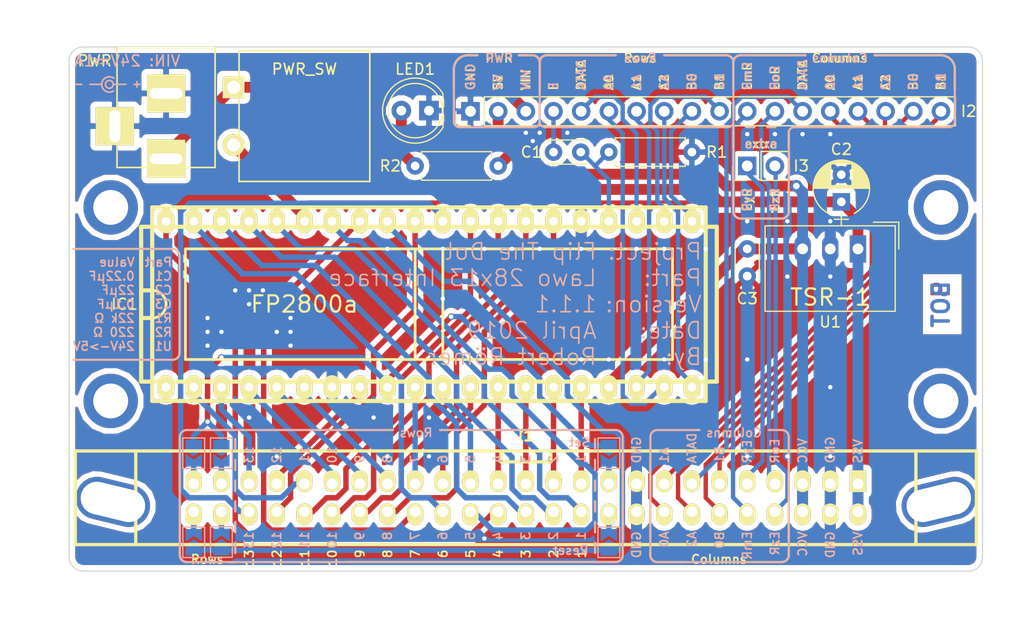
<source format=kicad_pcb>
(kicad_pcb (version 20171130) (host pcbnew "(5.0.0-rc3-dev)")
  (title_block (title "Lawo 28x13 Flip Dot Interface") (date 2019-04-27) (rev 1.1.1) (company Flip-The-Dot) (comment 1 "Robert Römer") (comment 2 "Interface to control a Lawo flip dot matrix with a 28x13 resolution."))
  (layers (0 F.Cu signal) (31 B.Cu signal) (36 B.SilkS user) (37 F.SilkS user) (38 B.Mask user) (39 F.Mask user) (44 Edge.Cuts user))
  (net 0 "")
  (net 1 GND)
  (net 2 +24V)
  (net 3 +5V)
  (net 4 ROW_ENABLE)
  (net 5 RESET_11)
  (net 6 SET_11)
  (net 7 SET_12)
  (net 8 RESET_12)
  (net 9 RESET_13)
  (net 10 SET_13)
  (net 11 SET_9)
  (net 12 RESET_9)
  (net 13 RESET_10)
  (net 14 SET_10)
  (net 15 SET_8)
  (net 16 RESET_8)
  (net 17 RESET_7)
  (net 18 SET_7)
  (net 19 SET_6)
  (net 20 RESET_6)
  (net 21 SET_4)
  (net 22 RESET_4)
  (net 23 RESET_5)
  (net 24 SET_5)
  (net 25 SET_3)
  (net 26 RESET_3)
  (net 27 RESET_2)
  (net 28 SET_2)
  (net 29 SET_1)
  (net 30 RESET_1)
  (net 31 COL_A1)
  (net 32 COL_A0)
  (net 33 COL_A2)
  (net 34 COL_DATA)
  (net 35 COL_B1)
  (net 36 COL_B0)
  (net 37 COL_ENABLE_oR)
  (net 38 COL_ENABLE_mR)
  (net 39 ROW_A0)
  (net 40 ROW_A1)
  (net 41 ROW_A2)
  (net 42 ROW_B0)
  (net 43 ROW_B1)
  (net 44 ROW_DATA)
  (net 45 "Net-(LED1-Pad2)")
  (net 46 "Net-(C1-Pad2)")
  (net 47 VIN)
  (net 48 "Net-(I1-Pad49)")
  (net 49 "Net-(I1-Pad50)")
  (net 50 "Net-(I1-Pad48)")
  (net 51 "Net-(I1-Pad47)")
  (net 52 "Net-(I1-Pad20)")
  (net 53 "Net-(I1-Pad19)")
  (net 54 "Net-(IC1-Pad1)")
  (net 55 RESET_X)
  (net 56 SET_X)
  (net 57 COL_ENABLE_zR)
  (net 58 COL_ENABLE_yR)
  (module Capacitors_THT:C_Disc_D3.4mm_W2.1mm_P2.50mm (layer F.Cu) (at 167.64 106.68 270)
    (fp_text reference C3 (at 4.572 0) (layer F.SilkS))
    (fp_text value 0.1μF)
    (pad 1 thru_hole circle (at 0 0 270) (size 1.6 1.6) (drill 0.8) (layers *.Cu *.Mask) (net 3 +5V))
    (pad 2 thru_hole circle (at 2.5 0 270) (size 1.6 1.6) (drill 0.8) (layers *.Cu *.Mask) (net 1 GND))
  )
  (module LEDs:LED_D5.0mm (layer F.Cu) (at 138.43 93.98 180)
    (fp_text reference LED1 (at 1.27 3.81 180) (layer F.SilkS))
    (fp_text value Led)
    (pad 2 thru_hole circle (at 2.54 0 180) (size 1.8 1.8) (drill 0.9) (layers *.Cu *.Mask) (net 45 "Net-(LED1-Pad2)"))
    (pad 1 thru_hole rect (at 0 0 180) (size 1.8 1.8) (drill 0.9) (layers *.Cu *.Mask) (net 1 GND))
  )
  (module Jumper:SolderJumper-2_P1.3mm_Open_TrianglePad1.0x1.5mm (layer B.Cu) (at 116.84 133.6305 90)
    (fp_text reference J6 hide)
    (fp_text value Solder_Jumper)
    (pad 1 smd custom (at -0.725 0 90) (size 0.3 0.3) (layers B.Cu B.Mask) (net 56 SET_X) (options (clearance outline) (anchor rect)) (primitives (gr_poly (pts (xy -0.5 0.75) (xy 0.5 0.75) (xy 1 0) (xy 0.5 -0.75) (xy -0.5 -0.75)) (width 0))))
    (pad 2 smd custom (at 0.725 0 90) (size 0.3 0.3) (layers B.Cu B.Mask) (net 49 "Net-(I1-Pad50)") (options (clearance outline) (anchor rect)) (primitives (gr_poly (pts (xy -0.65 0.75) (xy 0.5 0.75) (xy 0.5 -0.75) (xy -0.65 -0.75) (xy -0.15 0)) (width 0))))
  )
  (module Resistors_THT:R_Axial_DIN0207_L6.3mm_D2.5mm_P7.62mm_Horizontal (layer F.Cu) (at 144.78 99.06 180)
    (fp_text reference R2 (at 9.906 0 180) (layer F.SilkS))
    (fp_text value 220)
    (pad 1 thru_hole circle (at 0 0 180) (size 1.6 1.6) (drill 0.8) (layers *.Cu *.Mask) (net 3 +5V))
    (pad 2 thru_hole oval (at 7.62 0 180) (size 1.6 1.6) (drill 0.8) (layers *.Cu *.Mask) (net 45 "Net-(LED1-Pad2)"))
  )
  (module w_pth_circuits:dil_40-600_socket (layer F.Cu) (at 138.43 111.76)
    (fp_text reference IC1 (at -27.94 0) (layer F.SilkS))
    (fp_text value FP2800a (at -11.43 0) (layer F.SilkS) (effects (font (size 1.5 1.5) (thickness 0.2))))
    (pad 40 thru_hole oval (at -24.13 -7.62) (size 1.50114 2.19964) (drill 0.8001) (layers *.Cu *.Mask F.SilkS) (net 21 SET_4))
    (pad 39 thru_hole oval (at -21.59 -7.62) (size 1.50114 2.19964) (drill 0.8001) (layers *.Cu *.Mask F.SilkS) (net 19 SET_6))
    (pad 38 thru_hole oval (at -19.05 -7.62) (size 1.50114 2.19964) (drill 0.8001) (layers *.Cu *.Mask F.SilkS) (net 25 SET_3))
    (pad 37 thru_hole oval (at -16.51 -7.62) (size 1.50114 2.19964) (drill 0.8001) (layers *.Cu *.Mask F.SilkS) (net 28 SET_2))
    (pad 36 thru_hole oval (at -13.97 -7.62) (size 1.50114 2.19964) (drill 0.8001) (layers *.Cu *.Mask F.SilkS) (net 29 SET_1))
    (pad 35 thru_hole oval (at -11.43 -7.62) (size 1.50114 2.19964) (drill 0.8001) (layers *.Cu *.Mask F.SilkS) (net 2 +24V))
    (pad 34 thru_hole oval (at -8.89 -7.62) (size 1.50114 2.19964) (drill 0.8001) (layers *.Cu *.Mask F.SilkS) (net 24 SET_5))
    (pad 33 thru_hole oval (at -6.35 -7.62) (size 1.50114 2.19964) (drill 0.8001) (layers *.Cu *.Mask F.SilkS) (net 18 SET_7))
    (pad 32 thru_hole oval (at -3.81 -7.62) (size 1.50114 2.19964) (drill 0.8001) (layers *.Cu *.Mask F.SilkS) (net 56 SET_X))
    (pad 31 thru_hole oval (at -1.27 -7.62) (size 1.50114 2.19964) (drill 0.8001) (layers *.Cu *.Mask F.SilkS) (net 7 SET_12))
    (pad 30 thru_hole oval (at 1.27 -7.62) (size 1.50114 2.19964) (drill 0.8001) (layers *.Cu *.Mask F.SilkS) (net 10 SET_13))
    (pad 29 thru_hole oval (at 3.81 -7.62) (size 1.50114 2.19964) (drill 0.8001) (layers *.Cu *.Mask F.SilkS) (net 6 SET_11))
    (pad 28 thru_hole oval (at 6.35 -7.62) (size 1.50114 2.19964) (drill 0.8001) (layers *.Cu *.Mask F.SilkS) (net 14 SET_10))
    (pad 27 thru_hole oval (at 8.89 -7.62) (size 1.50114 2.19964) (drill 0.8001) (layers *.Cu *.Mask F.SilkS) (net 11 SET_9))
    (pad 26 thru_hole oval (at 11.43 -7.62) (size 1.50114 2.19964) (drill 0.8001) (layers *.Cu *.Mask F.SilkS) (net 15 SET_8))
    (pad 25 thru_hole oval (at 13.97 -7.62) (size 1.50114 2.19964) (drill 0.8001) (layers *.Cu *.Mask F.SilkS) (net 1 GND))
    (pad 24 thru_hole oval (at 16.51 -7.62) (size 1.50114 2.19964) (drill 0.8001) (layers *.Cu *.Mask F.SilkS) (net 46 "Net-(C1-Pad2)"))
    (pad 23 thru_hole oval (at 19.05 -7.62) (size 1.50114 2.19964) (drill 0.8001) (layers *.Cu *.Mask F.SilkS) (net 44 ROW_DATA))
    (pad 22 thru_hole oval (at 21.59 -7.62) (size 1.50114 2.19964) (drill 0.8001) (layers *.Cu *.Mask F.SilkS) (net 43 ROW_B1))
    (pad 21 thru_hole oval (at 24.13 -7.62) (size 1.50114 2.19964) (drill 0.8001) (layers *.Cu *.Mask F.SilkS) (net 42 ROW_B0))
    (pad 20 thru_hole oval (at 24.13 7.62) (size 1.50114 2.19964) (drill 0.8001) (layers *.Cu *.Mask F.SilkS) (net 41 ROW_A2))
    (pad 19 thru_hole oval (at 21.59 7.62) (size 1.50114 2.19964) (drill 0.8001) (layers *.Cu *.Mask F.SilkS) (net 39 ROW_A0))
    (pad 18 thru_hole oval (at 19.05 7.62) (size 1.50114 2.19964) (drill 0.8001) (layers *.Cu *.Mask F.SilkS) (net 40 ROW_A1))
    (pad 17 thru_hole oval (at 16.51 7.62) (size 1.50114 2.19964) (drill 0.8001) (layers *.Cu *.Mask F.SilkS) (net 3 +5V))
    (pad 16 thru_hole oval (at 13.97 7.62) (size 1.50114 2.19964) (drill 0.8001) (layers *.Cu *.Mask F.SilkS) (net 30 RESET_1))
    (pad 15 thru_hole oval (at 11.43 7.62) (size 1.50114 2.19964) (drill 0.8001) (layers *.Cu *.Mask F.SilkS) (net 27 RESET_2))
    (pad 14 thru_hole oval (at 8.89 7.62) (size 1.50114 2.19964) (drill 0.8001) (layers *.Cu *.Mask F.SilkS) (net 26 RESET_3))
    (pad 13 thru_hole oval (at 6.35 7.62) (size 1.50114 2.19964) (drill 0.8001) (layers *.Cu *.Mask F.SilkS) (net 22 RESET_4))
    (pad 12 thru_hole oval (at 3.81 7.62) (size 1.50114 2.19964) (drill 0.8001) (layers *.Cu *.Mask F.SilkS) (net 20 RESET_6))
    (pad 11 thru_hole oval (at 1.27 7.62) (size 1.50114 2.19964) (drill 0.8001) (layers *.Cu *.Mask F.SilkS) (net 23 RESET_5))
    (pad 10 thru_hole oval (at -1.27 7.62) (size 1.50114 2.19964) (drill 0.8001) (layers *.Cu *.Mask F.SilkS) (net 17 RESET_7))
    (pad 9 thru_hole oval (at -3.81 7.62) (size 1.50114 2.19964) (drill 0.8001) (layers *.Cu *.Mask F.SilkS) (net 55 RESET_X))
    (pad 8 thru_hole oval (at -6.35 7.62) (size 1.50114 2.19964) (drill 0.8001) (layers *.Cu *.Mask F.SilkS) (net 8 RESET_12))
    (pad 7 thru_hole oval (at -8.89 7.62) (size 1.50114 2.19964) (drill 0.8001) (layers *.Cu *.Mask F.SilkS) (net 1 GND))
    (pad 6 thru_hole oval (at -11.43 7.62) (size 1.50114 2.19964) (drill 0.8001) (layers *.Cu *.Mask F.SilkS) (net 16 RESET_8))
    (pad 5 thru_hole oval (at -13.97 7.62) (size 1.50114 2.19964) (drill 0.8001) (layers *.Cu *.Mask F.SilkS) (net 12 RESET_9))
    (pad 4 thru_hole oval (at -16.51 7.62) (size 1.50114 2.19964) (drill 0.8001) (layers *.Cu *.Mask F.SilkS) (net 13 RESET_10))
    (pad 3 thru_hole oval (at -19.05 7.62) (size 1.50114 2.19964) (drill 0.8001) (layers *.Cu *.Mask F.SilkS) (net 9 RESET_13))
    (pad 2 thru_hole oval (at -21.59 7.62) (size 1.50114 2.19964) (drill 0.8001) (layers *.Cu *.Mask F.SilkS) (net 5 RESET_11))
    (pad 1 thru_hole oval (at -24.13 7.62) (size 1.50114 2.19964) (drill 0.8001) (layers *.Cu *.Mask F.SilkS) (net 54 "Net-(IC1-Pad1)"))
  )
  (module Switch_GPTS_-_CW_Industires:SW_PUSH (layer F.Cu) (at 127 94.488 270)
    (fp_text reference PWR_SW1)
    (fp_text value "Power Switch")
    (pad 1 thru_hole rect (at -2.65 6.5 270) (size 2 2) (drill 1.2) (layers *.Cu *.Mask F.SilkS) (net 47 VIN))
    (pad 2 thru_hole circle (at 2.65 6.5 270) (size 2 2) (drill 1.2) (layers *.Cu *.Mask F.SilkS) (net 2 +24V))
  )
  (module w_conn_strip_with_levers:psl_50_25x2_strip_with_levers (layer F.Cu) (at 147.32 129.54 180)
    (fp_text reference I1 (at 0 5.715 180) (layer F.SilkS) (effects (font (thickness 0.2032))))
    (fp_text value "Flipdot Interface" hide)
    (pad "" thru_hole oval (at -37.8968 -0.381 103.6) (size 3.9 6.9) (drill oval 3 6) (layers *.Cu *.Mask))
    (pad "" thru_hole oval (at 37.8968 -0.381 256.4) (size 3.9 6.9) (drill oval 3 6) (layers *.Cu *.Mask))
    (pad 42 thru_hole oval (at 20.32 -1.27 180) (size 1.5 2) (drill 1 (offset 0 -0.25)) (layers *.Cu *.Mask F.SilkS) (net 6 SET_11))
    (pad 41 thru_hole oval (at 20.32 1.27 180) (size 1.5 2) (drill 1 (offset 0 0.25)) (layers *.Cu *.Mask F.SilkS) (net 5 RESET_11))
    (pad 43 thru_hole oval (at 22.86 1.27 180) (size 1.5 2) (drill 1 (offset 0 0.25)) (layers *.Cu *.Mask F.SilkS) (net 8 RESET_12))
    (pad 44 thru_hole oval (at 22.86 -1.27 180) (size 1.5 2) (drill 1 (offset 0 -0.25)) (layers *.Cu *.Mask F.SilkS) (net 7 SET_12))
    (pad 46 thru_hole oval (at 25.4 -1.27 180) (size 1.5 2) (drill 1 (offset 0 -0.25)) (layers *.Cu *.Mask F.SilkS) (net 10 SET_13))
    (pad 45 thru_hole oval (at 25.4 1.27 180) (size 1.5 2) (drill 1 (offset 0 0.25)) (layers *.Cu *.Mask F.SilkS) (net 9 RESET_13))
    (pad 49 thru_hole oval (at 30.48 1.27 180) (size 1.5 2) (drill 1 (offset 0 0.25)) (layers *.Cu *.Mask F.SilkS) (net 48 "Net-(I1-Pad49)"))
    (pad 50 thru_hole oval (at 30.48 -1.27 180) (size 1.5 2) (drill 1 (offset 0 -0.25)) (layers *.Cu *.Mask F.SilkS) (net 49 "Net-(I1-Pad50)"))
    (pad 48 thru_hole oval (at 27.94 -1.27 180) (size 1.5 2) (drill 1 (offset 0 -0.25)) (layers *.Cu *.Mask F.SilkS) (net 50 "Net-(I1-Pad48)"))
    (pad 47 thru_hole oval (at 27.94 1.27 180) (size 1.5 2) (drill 1 (offset 0 0.25)) (layers *.Cu *.Mask F.SilkS) (net 51 "Net-(I1-Pad47)"))
    (pad 37 thru_hole oval (at 15.24 1.27 180) (size 1.5 2) (drill 1 (offset 0 0.25)) (layers *.Cu *.Mask F.SilkS) (net 12 RESET_9))
    (pad 38 thru_hole oval (at 15.24 -1.27 180) (size 1.5 2) (drill 1 (offset 0 -0.25)) (layers *.Cu *.Mask F.SilkS) (net 11 SET_9))
    (pad 40 thru_hole oval (at 17.78 -1.27 180) (size 1.5 2) (drill 1 (offset 0 -0.25)) (layers *.Cu *.Mask F.SilkS) (net 14 SET_10))
    (pad 39 thru_hole oval (at 17.78 1.27 180) (size 1.5 2) (drill 1 (offset 0 0.25)) (layers *.Cu *.Mask F.SilkS) (net 13 RESET_10))
    (pad 35 thru_hole oval (at 12.7 1.27 180) (size 1.5 2) (drill 1 (offset 0 0.25)) (layers *.Cu *.Mask F.SilkS) (net 16 RESET_8))
    (pad 36 thru_hole oval (at 12.7 -1.27 180) (size 1.5 2) (drill 1 (offset 0 -0.25)) (layers *.Cu *.Mask F.SilkS) (net 15 SET_8))
    (pad 34 thru_hole oval (at 10.16 -1.27 180) (size 1.5 2) (drill 1 (offset 0 -0.25)) (layers *.Cu *.Mask F.SilkS) (net 18 SET_7))
    (pad 33 thru_hole oval (at 10.16 1.27 180) (size 1.5 2) (drill 1 (offset 0 0.25)) (layers *.Cu *.Mask F.SilkS) (net 17 RESET_7))
    (pad 31 thru_hole oval (at 7.62 1.27 180) (size 1.5 2) (drill 1 (offset 0 0.25)) (layers *.Cu *.Mask F.SilkS) (net 20 RESET_6))
    (pad 32 thru_hole oval (at 7.62 -1.27 180) (size 1.5 2) (drill 1 (offset 0 -0.25)) (layers *.Cu *.Mask F.SilkS) (net 19 SET_6))
    (pad 27 thru_hole oval (at 2.54 1.27 180) (size 1.5 2) (drill 1 (offset 0 0.25)) (layers *.Cu *.Mask F.SilkS) (net 22 RESET_4))
    (pad 28 thru_hole oval (at 2.54 -1.27 180) (size 1.5 2) (drill 1 (offset 0 -0.25)) (layers *.Cu *.Mask F.SilkS) (net 21 SET_4))
    (pad 30 thru_hole oval (at 5.08 -1.27 180) (size 1.5 2) (drill 1 (offset 0 -0.25)) (layers *.Cu *.Mask F.SilkS) (net 24 SET_5))
    (pad 29 thru_hole oval (at 5.08 1.27 180) (size 1.5 2) (drill 1 (offset 0 0.25)) (layers *.Cu *.Mask F.SilkS) (net 23 RESET_5))
    (pad 25 thru_hole oval (at 0 1.27 180) (size 1.5 2) (drill 1 (offset 0 0.25)) (layers *.Cu *.Mask F.SilkS) (net 26 RESET_3))
    (pad 26 thru_hole oval (at 0 -1.27 180) (size 1.5 2) (drill 1 (offset 0 -0.25)) (layers *.Cu *.Mask F.SilkS) (net 25 SET_3))
    (pad 24 thru_hole oval (at -2.54 -1.27 180) (size 1.5 2) (drill 1 (offset 0 -0.25)) (layers *.Cu *.Mask F.SilkS) (net 28 SET_2))
    (pad 23 thru_hole oval (at -2.54 1.27 180) (size 1.5 2) (drill 1 (offset 0 0.25)) (layers *.Cu *.Mask F.SilkS) (net 27 RESET_2))
    (pad 21 thru_hole oval (at -5.08 1.27 180) (size 1.5 2) (drill 1 (offset 0 0.25)) (layers *.Cu *.Mask F.SilkS) (net 30 RESET_1))
    (pad 22 thru_hole oval (at -5.08 -1.27 180) (size 1.5 2) (drill 1 (offset 0 -0.25)) (layers *.Cu *.Mask F.SilkS) (net 29 SET_1))
    (pad 20 thru_hole oval (at -7.62 -1.27 180) (size 1.5 2) (drill 1 (offset 0 -0.25)) (layers *.Cu *.Mask F.SilkS) (net 52 "Net-(I1-Pad20)"))
    (pad 19 thru_hole oval (at -7.62 1.27 180) (size 1.5 2) (drill 1 (offset 0 0.25)) (layers *.Cu *.Mask F.SilkS) (net 53 "Net-(I1-Pad19)"))
    (pad 17 thru_hole oval (at -10.16 1.27 180) (size 1.5 2) (drill 1 (offset 0 0.25)) (layers *.Cu *.Mask F.SilkS) (net 1 GND))
    (pad 18 thru_hole oval (at -10.16 -1.27 180) (size 1.5 2) (drill 1 (offset 0 -0.25)) (layers *.Cu *.Mask F.SilkS) (net 1 GND))
    (pad 16 thru_hole oval (at -12.7 -1.27 180) (size 1.5 2) (drill 1 (offset 0 -0.25)) (layers *.Cu *.Mask F.SilkS) (net 32 COL_A0))
    (pad 15 thru_hole oval (at -12.7 1.27 180) (size 1.5 2) (drill 1 (offset 0 0.25)) (layers *.Cu *.Mask F.SilkS) (net 31 COL_A1))
    (pad 13 thru_hole oval (at -15.24 1.27 180) (size 1.5 2) (drill 1 (offset 0 0.25)) (layers *.Cu *.Mask F.SilkS) (net 34 COL_DATA))
    (pad 14 thru_hole oval (at -15.24 -1.27 180) (size 1.5 2) (drill 1 (offset 0 -0.25)) (layers *.Cu *.Mask F.SilkS) (net 33 COL_A2))
    (pad 12 thru_hole oval (at -17.78 -1.27 180) (size 1.5 2) (drill 1 (offset 0 -0.25)) (layers *.Cu *.Mask F.SilkS) (net 36 COL_B0))
    (pad 11 thru_hole oval (at -17.78 1.27 180) (size 1.5 2) (drill 1 (offset 0 0.25)) (layers *.Cu *.Mask F.SilkS) (net 35 COL_B1))
    (pad 9 thru_hole oval (at -20.32 1.27 180) (size 1.5 2) (drill 1 (offset 0 0.25)) (layers *.Cu *.Mask F.SilkS) (net 58 COL_ENABLE_yR))
    (pad 10 thru_hole oval (at -20.32 -1.27 180) (size 1.5 2) (drill 1 (offset 0 -0.25)) (layers *.Cu *.Mask F.SilkS) (net 38 COL_ENABLE_mR))
    (pad 8 thru_hole oval (at -22.86 -1.27 180) (size 1.5 2) (drill 1 (offset 0 -0.25)) (layers *.Cu *.Mask F.SilkS) (net 57 COL_ENABLE_zR))
    (pad 7 thru_hole oval (at -22.86 1.27 180) (size 1.5 2) (drill 1 (offset 0 0.25)) (layers *.Cu *.Mask F.SilkS) (net 37 COL_ENABLE_oR))
    (pad 1 thru_hole rect (at -30.48 1.27 180) (size 1.5 2) (drill 1 (offset 0 0.25)) (layers *.Cu *.Mask F.SilkS) (net 2 +24V))
    (pad 2 thru_hole oval (at -30.48 -1.27 180) (size 1.5 2) (drill 1 (offset 0 -0.25)) (layers *.Cu *.Mask F.SilkS) (net 2 +24V))
    (pad 3 thru_hole oval (at -27.94 1.27 180) (size 1.5 2) (drill 1 (offset 0 0.25)) (layers *.Cu *.Mask F.SilkS) (net 1 GND))
    (pad 4 thru_hole oval (at -27.94 -1.27 180) (size 1.5 2) (drill 1 (offset 0 -0.25)) (layers *.Cu *.Mask F.SilkS) (net 1 GND))
    (pad 5 thru_hole oval (at -25.4 1.27 180) (size 1.5 2) (drill 1 (offset 0 0.25)) (layers *.Cu *.Mask F.SilkS) (net 3 +5V))
    (pad 6 thru_hole oval (at -25.4 -1.27 180) (size 1.5 2) (drill 1 (offset 0 -0.25)) (layers *.Cu *.Mask F.SilkS) (net 3 +5V))
  )
  (module Connect:1pin (layer F.Cu) (at 109.22 120.65)
    (fp_text reference MTH4 hide)
    (fp_text value 1pin)
    (pad 1 thru_hole circle (at 0 0) (size 5 5) (drill 3.2) (layers *.Cu *.Mask))
  )
  (module Connect:1pin (layer F.Cu) (at 185.42 102.87)
    (fp_text reference MTH2 hide)
    (fp_text value 1pin)
    (pad 1 thru_hole circle (at 0 0) (size 5 5) (drill 3.2) (layers *.Cu *.Mask))
  )
  (module Connect:1pin (layer F.Cu) (at 185.42 119.38)
    (fp_text reference MTH3 hide)
    (fp_text value 1pin)
    (pad 1 thru_hole circle (at 0 1.27) (size 5 5) (drill 3.2) (layers *.Cu *.Mask))
  )
  (module Connect:1pin (layer F.Cu) (at 109.22 102.87)
    (fp_text reference MTH1 hide)
    (fp_text value 1pin)
    (pad 1 thru_hole circle (at 0 0) (size 5 5) (drill 3.2) (layers *.Cu *.Mask))
  )
  (module Connect:BARREL_JACK (layer F.Cu) (at 114.3 92.202 270)
    (fp_text reference PWR1)
    (fp_text value BARREL_JACK)
    (pad 1 thru_hole rect (at 6.20014 0 270) (size 3.50012 3.50012) (drill oval 1.00076 2.99974) (layers *.Cu *.Mask F.SilkS) (net 47 VIN))
    (pad 2 thru_hole rect (at 0.20066 0 270) (size 3.50012 3.50012) (drill oval 1.00076 2.99974) (layers *.Cu *.Mask F.SilkS) (net 1 GND))
    (pad 3 thru_hole rect (at 3.2004 4.699 270) (size 3.50012 3.50012) (drill oval 2.99974 1.00076) (layers *.Cu *.Mask F.SilkS) (net 1 GND))
  )
  (module Capacitors_THT:C_Disc_D3.4mm_W2.1mm_P2.50mm (layer F.Cu) (at 149.86 97.79)
    (fp_text reference C1 (at -2.032 0) (layer F.SilkS))
    (fp_text value 0.22μF)
    (pad 1 thru_hole circle (at 0 0) (size 1.6 1.6) (drill 0.8) (layers *.Cu *.Mask) (net 4 ROW_ENABLE))
    (pad 2 thru_hole circle (at 2.5 0) (size 1.6 1.6) (drill 0.8) (layers *.Cu *.Mask) (net 46 "Net-(C1-Pad2)"))
  )
  (module Capacitors_THT:CP_Radial_D5.0mm_P2.50mm (layer F.Cu) (at 176.276 102.362 90)
    (fp_text reference C2 (at 4.826 0 180) (layer F.SilkS))
    (fp_text value 22μF)
    (pad 2 thru_hole circle (at 2.5 0 90) (size 1.6 1.6) (drill 0.8) (layers *.Cu *.Mask) (net 1 GND))
    (pad 1 thru_hole rect (at 0 0 90) (size 1.6 1.6) (drill 0.8) (layers *.Cu *.Mask) (net 2 +24V))
  )
  (module Socket_Strips:Socket_Strip_Straight_1x18_Pitch2.54mm (layer F.Cu) (at 142.24 94.0435 90)
    (fp_text reference I2 (at 0 45.72 180) (layer F.SilkS))
    (fp_text value "Control Interface")
    (pad 18 thru_hole oval (at 0 43.18 90) (size 1.7 1.7) (drill 1) (layers *.Cu *.Mask) (net 35 COL_B1))
    (pad 17 thru_hole oval (at 0 40.64 90) (size 1.7 1.7) (drill 1) (layers *.Cu *.Mask) (net 36 COL_B0))
    (pad 16 thru_hole oval (at 0 38.1 90) (size 1.7 1.7) (drill 1) (layers *.Cu *.Mask) (net 33 COL_A2))
    (pad 15 thru_hole oval (at 0 35.56 90) (size 1.7 1.7) (drill 1) (layers *.Cu *.Mask) (net 31 COL_A1))
    (pad 14 thru_hole oval (at 0 33.02 90) (size 1.7 1.7) (drill 1) (layers *.Cu *.Mask) (net 32 COL_A0))
    (pad 13 thru_hole oval (at 0 30.48 90) (size 1.7 1.7) (drill 1) (layers *.Cu *.Mask) (net 34 COL_DATA))
    (pad 12 thru_hole oval (at 0 27.94 90) (size 1.7 1.7) (drill 1) (layers *.Cu *.Mask) (net 37 COL_ENABLE_oR))
    (pad 11 thru_hole oval (at 0 25.4 90) (size 1.7 1.7) (drill 1) (layers *.Cu *.Mask) (net 38 COL_ENABLE_mR))
    (pad 10 thru_hole oval (at 0 22.86 90) (size 1.7 1.7) (drill 1) (layers *.Cu *.Mask) (net 43 ROW_B1))
    (pad 9 thru_hole oval (at 0 20.32 90) (size 1.7 1.7) (drill 1) (layers *.Cu *.Mask) (net 42 ROW_B0))
    (pad 8 thru_hole oval (at 0 17.78 90) (size 1.7 1.7) (drill 1) (layers *.Cu *.Mask) (net 41 ROW_A2))
    (pad 7 thru_hole oval (at 0 15.24 90) (size 1.7 1.7) (drill 1) (layers *.Cu *.Mask) (net 40 ROW_A1))
    (pad 6 thru_hole oval (at 0 12.7 90) (size 1.7 1.7) (drill 1) (layers *.Cu *.Mask) (net 39 ROW_A0))
    (pad 5 thru_hole oval (at 0 10.16 90) (size 1.7 1.7) (drill 1) (layers *.Cu *.Mask) (net 44 ROW_DATA))
    (pad 4 thru_hole oval (at 0 7.62 90) (size 1.7 1.7) (drill 1) (layers *.Cu *.Mask) (net 4 ROW_ENABLE))
    (pad 3 thru_hole oval (at 0 5.08 90) (size 1.7 1.7) (drill 1) (layers *.Cu *.Mask) (net 47 VIN))
    (pad 2 thru_hole oval (at 0 2.54 90) (size 1.7 1.7) (drill 1) (layers *.Cu *.Mask) (net 3 +5V))
    (pad 1 thru_hole rect (at 0 0 90) (size 1.7 1.7) (drill 1) (layers *.Cu *.Mask) (net 1 GND))
  )
  (module Resistors_THT:R_Axial_DIN0207_L6.3mm_D2.5mm_P7.62mm_Horizontal (layer F.Cu) (at 154.94 97.79)
    (fp_text reference R1 (at 9.906 0) (layer F.SilkS))
    (fp_text value 22K)
    (pad 2 thru_hole oval (at 7.62 0) (size 1.6 1.6) (drill 0.8) (layers *.Cu *.Mask) (net 1 GND))
    (pad 1 thru_hole circle (at 0 0) (size 1.6 1.6) (drill 0.8) (layers *.Cu *.Mask) (net 46 "Net-(C1-Pad2)"))
  )
  (module Jumper:SolderJumper-2_P1.3mm_Open_TrianglePad1.0x1.5mm (layer B.Cu) (at 154.94 125.4495 270)
    (fp_text reference J1 hide)
    (fp_text value Solder_Jumper)
    (pad 2 smd custom (at 0.725 0 270) (size 0.3 0.3) (layers B.Cu B.Mask) (net 53 "Net-(I1-Pad19)") (options (clearance outline) (anchor rect)) (primitives (gr_poly (pts (xy -0.65 0.75) (xy 0.5 0.75) (xy 0.5 -0.75) (xy -0.65 -0.75) (xy -0.15 0)) (width 0))))
    (pad 1 smd custom (at -0.725 0 270) (size 0.3 0.3) (layers B.Cu B.Mask) (net 55 RESET_X) (options (clearance outline) (anchor rect)) (primitives (gr_poly (pts (xy -0.5 0.75) (xy 0.5 0.75) (xy 1 0) (xy 0.5 -0.75) (xy -0.5 -0.75)) (width 0))))
  )
  (module Jumper:SolderJumper-2_P1.3mm_Open_TrianglePad1.0x1.5mm (layer B.Cu) (at 119.38 125.4495 270)
    (fp_text reference J2 hide)
    (fp_text value Solder_Jumper)
    (pad 1 smd custom (at -0.725 0 270) (size 0.3 0.3) (layers B.Cu B.Mask) (net 55 RESET_X) (options (clearance outline) (anchor rect)) (primitives (gr_poly (pts (xy -0.5 0.75) (xy 0.5 0.75) (xy 1 0) (xy 0.5 -0.75) (xy -0.5 -0.75)) (width 0))))
    (pad 2 smd custom (at 0.725 0 270) (size 0.3 0.3) (layers B.Cu B.Mask) (net 51 "Net-(I1-Pad47)") (options (clearance outline) (anchor rect)) (primitives (gr_poly (pts (xy -0.65 0.75) (xy 0.5 0.75) (xy 0.5 -0.75) (xy -0.65 -0.75) (xy -0.15 0)) (width 0))))
  )
  (module Jumper:SolderJumper-2_P1.3mm_Open_TrianglePad1.0x1.5mm (layer B.Cu) (at 116.84 125.4495 270)
    (fp_text reference J3 hide)
    (fp_text value Solder_Jumper)
    (pad 1 smd custom (at -0.725 0 270) (size 0.3 0.3) (layers B.Cu B.Mask) (net 55 RESET_X) (options (clearance outline) (anchor rect)) (primitives (gr_poly (pts (xy -0.5 0.75) (xy 0.5 0.75) (xy 1 0) (xy 0.5 -0.75) (xy -0.5 -0.75)) (width 0))))
    (pad 2 smd custom (at 0.725 0 270) (size 0.3 0.3) (layers B.Cu B.Mask) (net 48 "Net-(I1-Pad49)") (options (clearance outline) (anchor rect)) (primitives (gr_poly (pts (xy -0.65 0.75) (xy 0.5 0.75) (xy 0.5 -0.75) (xy -0.65 -0.75) (xy -0.15 0)) (width 0))))
  )
  (module Jumper:SolderJumper-2_P1.3mm_Open_TrianglePad1.0x1.5mm (layer B.Cu) (at 154.94 133.6305 90)
    (fp_text reference J4 hide)
    (fp_text value Solder_Jumper)
    (pad 2 smd custom (at 0.725 0 90) (size 0.3 0.3) (layers B.Cu B.Mask) (net 52 "Net-(I1-Pad20)") (options (clearance outline) (anchor rect)) (primitives (gr_poly (pts (xy -0.65 0.75) (xy 0.5 0.75) (xy 0.5 -0.75) (xy -0.65 -0.75) (xy -0.15 0)) (width 0))))
    (pad 1 smd custom (at -0.725 0 90) (size 0.3 0.3) (layers B.Cu B.Mask) (net 56 SET_X) (options (clearance outline) (anchor rect)) (primitives (gr_poly (pts (xy -0.5 0.75) (xy 0.5 0.75) (xy 1 0) (xy 0.5 -0.75) (xy -0.5 -0.75)) (width 0))))
  )
  (module Jumper:SolderJumper-2_P1.3mm_Open_TrianglePad1.0x1.5mm (layer B.Cu) (at 119.38 133.604 90)
    (fp_text reference J5 hide)
    (fp_text value Solder_Jumper)
    (pad 2 smd custom (at 0.725 0 90) (size 0.3 0.3) (layers B.Cu B.Mask) (net 50 "Net-(I1-Pad48)") (options (clearance outline) (anchor rect)) (primitives (gr_poly (pts (xy -0.65 0.75) (xy 0.5 0.75) (xy 0.5 -0.75) (xy -0.65 -0.75) (xy -0.15 0)) (width 0))))
    (pad 1 smd custom (at -0.725 0 90) (size 0.3 0.3) (layers B.Cu B.Mask) (net 56 SET_X) (options (clearance outline) (anchor rect)) (primitives (gr_poly (pts (xy -0.5 0.75) (xy 0.5 0.75) (xy 1 0) (xy 0.5 -0.75) (xy -0.5 -0.75)) (width 0))))
  )
  (module Converters_DCDC_ACDC:DCDC-Conv_TRACO_TSR-1 (layer F.Cu) (at 177.8 106.68 180)
    (fp_text reference U1 (at 2.54 -6.71 180) (layer F.SilkS))
    (fp_text value TSR-1 (at 2.54 -4.445 180) (layer F.SilkS) (effects (font (size 1.5 1.5) (thickness 0.2))))
    (pad 1 thru_hole rect (at 0 0 180) (size 1.5 2.5) (drill 1) (layers *.Cu *.Mask) (net 2 +24V))
    (pad 2 thru_hole oval (at 2.54 0 180) (size 1.5 2.5) (drill 1) (layers *.Cu *.Mask) (net 1 GND))
    (pad 3 thru_hole oval (at 5.08 0 180) (size 1.5 2.5) (drill 1) (layers *.Cu *.Mask) (net 3 +5V))
  )
  (module Socket_Strips:Socket_Strip_Straight_1x02_Pitch2.54mm (layer F.Cu) (at 167.64 99.06 90)
    (fp_text reference I3 (at 0 4.953 180) (layer F.SilkS))
    (fp_text value "Spare Enable")
    (pad 2 thru_hole oval (at 0 2.54 90) (size 1.7 1.7) (drill 1) (layers *.Cu *.Mask) (net 57 COL_ENABLE_zR))
    (pad 1 thru_hole rect (at 0 0 90) (size 1.7 1.7) (drill 1) (layers *.Cu *.Mask) (net 58 COL_ENABLE_yR))
  )
  (gr_text extra (at 168.91 97.028) (layer F.SilkS) (effects (font (size 0.8 0.8))))
  (gr_text extra (at 168.91 97.028) (layer B.SilkS) (effects (font (size 0.8 0.8)) (justify mirror)))
  (gr_line (start 169.4688 95.504) (end 170.2308 95.504) (angle 90) (layer B.SilkS) (width 0.2))
  (gr_line (start 167.5384 95.504) (end 168.3004 95.504) (angle 90) (layer B.SilkS) (width 0.2))
  (gr_arc (start 114.9096 107.315) (end 115.5446 107.315) (angle -90) (layer B.SilkS) (width 0.2))
  (gr_arc (start 114.9096 116.2304) (end 114.9096 116.8654) (angle -90) (layer B.SilkS) (width 0.2))
  (gr_line (start 171.45 97.282) (end 171.45 95.885) (angle 90) (layer F.SilkS) (width 0.2))
  (gr_line (start 166.37 97.282) (end 166.37 95.885) (angle 90) (layer F.SilkS) (width 0.2))
  (gr_line (start 171.958 95.504) (end 186.182 95.504) (angle 90) (layer B.SilkS) (width 0.2))
  (gr_text EzR (at 170.18 134.912096 90) (layer B.SilkS) (effects (font (size 0.8 0.8)) (justify right mirror)))
  (gr_text EyR (at 167.64 126.465001 90) (layer B.SilkS) (effects (font (size 0.8 0.8)) (justify right mirror)))
  (gr_line (start 115.57 133.35) (end 115.57 125.73) (layer F.SilkS) (width 0.2))
  (gr_line (start 171.45 133.35) (end 171.45 125.73) (layer F.SilkS) (width 0.2))
  (gr_line (start 158.75 133.35) (end 158.75 125.73) (layer F.SilkS) (width 0.2))
  (gr_line (start 156.21 133.35) (end 156.21 125.73) (layer F.SilkS) (width 0.2))
  (gr_line (start 115.57 134.8105) (end 115.57 123.952) (layer B.SilkS) (width 0.2))
  (gr_line (start 155.574459 135.440702) (end 130.886199 135.440702) (layer F.SilkS) (width 0.2))
  (gr_text Rows (at 119.6975 135.1915) (layer F.SilkS) (effects (font (size 0.8 0.8)) (justify right)))
  (gr_line (start 120.7516 135.4582) (end 120.0404 135.4582) (layer F.SilkS) (width 0.2))
  (gr_arc (start 155.574459 134.805702) (end 156.209459 134.805702) (angle 90) (layer F.SilkS) (width 0.2))
  (gr_line (start 156.21 134.7851) (end 156.21 134.366) (layer F.SilkS) (width 0.2))
  (gr_line (start 115.569459 134.818402) (end 115.57 134.3406) (layer F.SilkS) (width 0.2))
  (gr_arc (start 116.204459 134.818402) (end 116.204459 135.453402) (angle 90) (layer F.SilkS) (width 0.2))
  (gr_arc (start 159.385 134.8105) (end 159.385 135.4455) (angle 90) (layer F.SilkS) (width 0.2))
  (gr_line (start 171.45 134.366) (end 171.45 134.8105) (layer F.SilkS) (width 0.2))
  (gr_line (start 158.75 134.366) (end 158.75 134.8105) (layer F.SilkS) (width 0.2))
  (gr_line (start 161.9885 135.4455) (end 159.385 135.4455) (layer F.SilkS) (width 0.2))
  (gr_line (start 170.815 135.4455) (end 168.148 135.4455) (layer F.SilkS) (width 0.2))
  (gr_arc (start 170.815 134.8105) (end 171.45 134.8105) (angle 90) (layer F.SilkS) (width 0.2))
  (gr_text Columns (at 167.7035 135.1915) (layer F.SilkS) (effects (font (size 0.8 0.8)) (justify right)))
  (gr_text 5 (at 142.257499 134.210209 90) (layer F.SilkS) (effects (font (size 0.8 0.8)) (justify right)))
  (gr_text 6 (at 139.717499 134.210209 90) (layer F.SilkS) (effects (font (size 0.8 0.8)) (justify right)))
  (gr_text 3 (at 147.337499 134.210209 90) (layer F.SilkS) (effects (font (size 0.8 0.8)) (justify right)))
  (gr_text 1 (at 152.417499 134.210209 90) (layer F.SilkS) (effects (font (size 0.8 0.8)) (justify right)))
  (gr_text 8 (at 134.637499 134.210209 90) (layer F.SilkS) (effects (font (size 0.8 0.8)) (justify right)))
  (gr_text 9 (at 132.097499 134.210209 90) (layer F.SilkS) (effects (font (size 0.8 0.8)) (justify right)))
  (gr_text 13 (at 121.937499 134.210209 90) (layer F.SilkS) (effects (font (size 0.8 0.8)) (justify right)))
  (gr_text 2 (at 149.877499 134.210209 90) (layer F.SilkS) (effects (font (size 0.8 0.8)) (justify right)))
  (gr_text 11 (at 127.017499 134.210209 90) (layer F.SilkS) (effects (font (size 0.8 0.8)) (justify right)))
  (gr_text 7 (at 137.177499 134.210209 90) (layer F.SilkS) (effects (font (size 0.8 0.8)) (justify right)))
  (gr_text 10 (at 129.557499 134.210209 90) (layer F.SilkS) (effects (font (size 0.8 0.8)) (justify right)))
  (gr_text 4 (at 144.797499 134.210209 90) (layer F.SilkS) (effects (font (size 0.8 0.8)) (justify right)))
  (gr_text 12 (at 124.477499 134.210209 90) (layer F.SilkS) (effects (font (size 0.8 0.8)) (justify right)))
  (gr_line (start 166.37 103.251) (end 166.37 100.965) (angle 90) (layer F.SilkS) (width 0.2))
  (gr_arc (start 167.005 103.251) (end 167.005 103.886) (angle 90) (layer F.SilkS) (width 0.2))
  (gr_arc (start 167.005 103.251) (end 167.005 103.886) (angle 90) (layer B.SilkS) (width 0.2))
  (gr_line (start 170.815 103.886) (end 167.005 103.886) (angle 90) (layer F.SilkS) (width 0.2))
  (gr_line (start 170.815 103.886) (end 167.005 103.886) (angle 90) (layer B.SilkS) (width 0.2))
  (gr_line (start 171.45 100.965) (end 171.45 103.251) (angle 90) (layer B.SilkS) (width 0.2))
  (gr_arc (start 170.815 103.251) (end 171.45 103.251) (angle 90) (layer B.SilkS) (width 0.2))
  (gr_line (start 171.45 103.251) (end 171.45 100.965) (angle 90) (layer F.SilkS) (width 0.2))
  (gr_arc (start 170.815 103.251) (end 171.45 103.251) (angle 90) (layer F.SilkS) (width 0.2))
  (gr_arc (start 171.958 96.012) (end 171.45 96.012) (angle 90) (layer B.SilkS) (width 0.2))
  (gr_line (start 171.45 100.838) (end 171.45 96.012) (angle 90) (layer B.SilkS) (width 0.2))
  (gr_text EzR (at 170.18 103.378 90) (layer F.SilkS) (effects (font (size 0.8 0.8)) (justify left)))
  (gr_text EyR (at 167.64 103.339904 90) (layer F.SilkS) (effects (font (size 0.8 0.8)) (justify left)))
  (gr_text EzR (at 170.18 103.378 90) (layer B.SilkS) (effects (font (size 0.8 0.8)) (justify right mirror)))
  (gr_text EyR (at 167.64 103.339904 90) (layer B.SilkS) (effects (font (size 0.8 0.8)) (justify right mirror)))
  (gr_text "Flip The Dot\nLawo 28x13 Interface\n1.1.1\nApril 2019\nRobert Römer\n" (at 153.924 111.76) (layer B.SilkS) (effects (font (size 1.5 1.5)) (justify left mirror)))
  (gr_line (start 120.65 125.095) (end 120.65 124.1425) (layer B.SilkS) (width 0.2))
  (gr_line (start 120.65 132.715) (end 120.65 131.7625) (layer B.SilkS) (width 0.2))
  (gr_line (start 120.65 134.62) (end 120.65 133.6675) (layer B.SilkS) (width 0.2))
  (gr_line (start 120.65 127) (end 120.65 126.0475) (layer B.SilkS) (width 0.2))
  (gr_line (start 120.65 128.905) (end 120.65 127.9525) (layer B.SilkS) (width 0.2))
  (gr_line (start 120.65 130.81) (end 120.65 129.8575) (layer B.SilkS) (width 0.2))
  (gr_line (start 153.67 125.095) (end 153.67 124.1425) (layer B.SilkS) (width 0.2))
  (gr_line (start 153.67 127) (end 153.67 126.0475) (layer B.SilkS) (width 0.2))
  (gr_line (start 153.67 128.905) (end 153.67 127.9525) (layer B.SilkS) (width 0.2))
  (gr_line (start 153.67 130.81) (end 153.67 129.8575) (layer B.SilkS) (width 0.2))
  (gr_text Rows (at 135.636 123.571) (layer B.SilkS) (effects (font (size 0.8 0.8)) (justify right mirror)))
  (gr_text Columns (at 163.7665 123.571) (layer B.SilkS) (effects (font (size 0.8 0.8)) (justify right mirror)))
  (gr_text "Project:\nPart:\nVersion:\nDate:\nBy:\n" (at 163.576 111.76) (layer B.SilkS) (effects (font (size 1.5 1.5)) (justify left mirror)))
  (gr_line (start 153.67 134.62) (end 153.67 133.6675) (layer B.SilkS) (width 0.2))
  (gr_arc (start 155.575 123.952) (end 156.21 123.952) (angle -90) (layer B.SilkS) (width 0.2))
  (gr_arc (start 155.575 134.8105) (end 155.575 135.4455) (angle -90) (layer B.SilkS) (width 0.2))
  (gr_line (start 153.67 132.715) (end 153.67 131.7625) (layer B.SilkS) (width 0.2))
  (gr_line (start 156.21 134.8105) (end 156.21 123.952) (layer B.SilkS) (width 0.2))
  (gr_arc (start 170.815 123.952) (end 171.45 123.952) (angle -90) (layer B.SilkS) (width 0.2))
  (gr_line (start 170.815 123.317) (end 169.6085 123.317) (layer B.SilkS) (width 0.2))
  (gr_line (start 115.57 134.8105) (end 115.57 123.952) (layer B.SilkS) (width 0.2))
  (gr_text Set (at 153.289 124.46) (layer B.SilkS) (effects (font (size 0.8 0.8)) (justify left mirror)))
  (gr_line (start 163.2585 123.317) (end 159.385 123.317) (layer B.SilkS) (width 0.2))
  (gr_line (start 158.75 134.8105) (end 158.75 123.952) (layer B.SilkS) (width 0.2))
  (gr_arc (start 159.385 134.8105) (end 158.75 134.8105) (angle -90) (layer B.SilkS) (width 0.2))
  (gr_arc (start 170.815 134.8105) (end 170.815 135.4455) (angle -90) (layer B.SilkS) (width 0.2))
  (gr_line (start 171.45 134.8105) (end 171.45 123.952) (layer B.SilkS) (width 0.2))
  (gr_line (start 170.815 135.4455) (end 159.385 135.4455) (layer B.SilkS) (width 0.2))
  (gr_arc (start 159.385 123.952) (end 159.385 123.317) (angle -90) (layer B.SilkS) (width 0.2))
  (gr_arc (start 116.205 123.952) (end 116.205 123.317) (angle -90) (layer B.SilkS) (width 0.2))
  (gr_arc (start 116.205 134.8105) (end 115.57 134.8105) (angle -90) (layer B.SilkS) (width 0.2))
  (gr_line (start 116.205 135.4455) (end 155.575 135.4455) (layer B.SilkS) (width 0.2))
  (gr_text 3 (at 147.32 133.526904 90) (layer B.SilkS) (effects (font (size 0.8 0.8)) (justify right mirror)))
  (gr_text Reset (at 153.162 134.366) (layer B.SilkS) (effects (font (size 0.8 0.8)) (justify left mirror)))
  (gr_text 6 (at 139.7 133.526904 90) (layer B.SilkS) (effects (font (size 0.8 0.8)) (justify right mirror)))
  (gr_text VCC (at 172.72 135.026381 90) (layer B.SilkS) (effects (font (size 0.8 0.8)) (justify right mirror)))
  (gr_text 5 (at 142.24 133.526904 90) (layer B.SilkS) (effects (font (size 0.8 0.8)) (justify right mirror)))
  (gr_text A2 (at 162.56 134.188286 90) (layer B.SilkS) (effects (font (size 0.8 0.8)) (justify right mirror)))
  (gr_text A0 (at 160.02 134.188286 90) (layer B.SilkS) (effects (font (size 0.8 0.8)) (justify right mirror)))
  (gr_text 12 (at 124.46 134.288809 90) (layer B.SilkS) (effects (font (size 0.8 0.8)) (justify right mirror)))
  (gr_text GND (at 175.26 135.178762 90) (layer B.SilkS) (effects (font (size 0.8 0.8)) (justify right mirror)))
  (gr_text 4 (at 144.78 133.526904 90) (layer B.SilkS) (effects (font (size 0.8 0.8)) (justify right mirror)))
  (gr_text EmR (at 167.64 135.331143 90) (layer B.SilkS) (effects (font (size 0.8 0.8)) (justify right mirror)))
  (gr_text 10 (at 129.54 134.288809 90) (layer B.SilkS) (effects (font (size 0.8 0.8)) (justify right mirror)))
  (gr_text 7 (at 137.16 133.526904 90) (layer B.SilkS) (effects (font (size 0.8 0.8)) (justify right mirror)))
  (gr_text B0 (at 165.1 134.302572 90) (layer B.SilkS) (effects (font (size 0.8 0.8)) (justify right mirror)))
  (gr_text 11 (at 127 134.288809 90) (layer B.SilkS) (effects (font (size 0.8 0.8)) (justify right mirror)))
  (gr_text 2 (at 149.86 133.526904 90) (layer B.SilkS) (effects (font (size 0.8 0.8)) (justify right mirror)))
  (gr_text 13 (at 121.92 134.288809 90) (layer B.SilkS) (effects (font (size 0.8 0.8)) (justify right mirror)))
  (gr_text 9 (at 132.08 133.526904 90) (layer B.SilkS) (effects (font (size 0.8 0.8)) (justify right mirror)))
  (gr_text 8 (at 134.62 133.526904 90) (layer B.SilkS) (effects (font (size 0.8 0.8)) (justify right mirror)))
  (gr_text VSS (at 177.8 134.950191 90) (layer B.SilkS) (effects (font (size 0.8 0.8)) (justify right mirror)))
  (gr_text GND (at 157.48 135.178762 90) (layer B.SilkS) (effects (font (size 0.8 0.8)) (justify right mirror)))
  (gr_text 1 (at 152.4 133.526904 90) (layer B.SilkS) (effects (font (size 0.8 0.8)) (justify right mirror)))
  (gr_line (start 116.205 123.317) (end 135.128 123.317) (layer B.SilkS) (width 0.2))
  (gr_line (start 155.575 123.317) (end 139.446 123.317) (layer B.SilkS) (width 0.2))
  (gr_text 1 (at 152.4 126.465001 90) (layer B.SilkS) (effects (font (size 0.8 0.8)) (justify right mirror)))
  (gr_text 13 (at 121.92 126.465001 90) (layer B.SilkS) (effects (font (size 0.8 0.8)) (justify right mirror)))
  (gr_text 12 (at 124.46 126.465001 90) (layer B.SilkS) (effects (font (size 0.8 0.8)) (justify right mirror)))
  (gr_text 11 (at 127 126.465001 90) (layer B.SilkS) (effects (font (size 0.8 0.8)) (justify right mirror)))
  (gr_text 10 (at 129.54 126.465001 90) (layer B.SilkS) (effects (font (size 0.8 0.8)) (justify right mirror)))
  (gr_text 9 (at 132.08 126.465001 90) (layer B.SilkS) (effects (font (size 0.8 0.8)) (justify right mirror)))
  (gr_text 8 (at 134.62 126.465001 90) (layer B.SilkS) (effects (font (size 0.8 0.8)) (justify right mirror)))
  (gr_text 7 (at 137.16 126.465001 90) (layer B.SilkS) (effects (font (size 0.8 0.8)) (justify right mirror)))
  (gr_text 6 (at 139.7 126.465001 90) (layer B.SilkS) (effects (font (size 0.8 0.8)) (justify right mirror)))
  (gr_text 5 (at 142.24 126.465001 90) (layer B.SilkS) (effects (font (size 0.8 0.8)) (justify right mirror)))
  (gr_text 4 (at 144.78 126.465001 90) (layer B.SilkS) (effects (font (size 0.8 0.8)) (justify right mirror)))
  (gr_text 3 (at 147.32 126.465001 90) (layer B.SilkS) (effects (font (size 0.8 0.8)) (justify right mirror)))
  (gr_text 2 (at 149.86 126.465001 90) (layer B.SilkS) (effects (font (size 0.8 0.8)) (justify right mirror)))
  (gr_text GND (at 157.48 126.465001 90) (layer B.SilkS) (effects (font (size 0.8 0.8)) (justify right mirror)))
  (gr_text A1 (at 160.02 126.465001 90) (layer B.SilkS) (effects (font (size 0.8 0.8)) (justify right mirror)))
  (gr_text DATA (at 162.56 126.465001 90) (layer B.SilkS) (effects (font (size 0.8 0.8)) (justify right mirror)))
  (gr_text B1 (at 165.1 126.465001 90) (layer B.SilkS) (effects (font (size 0.8 0.8)) (justify right mirror)))
  (gr_text EoR (at 170.18 126.465001 90) (layer B.SilkS) (effects (font (size 0.8 0.8)) (justify right mirror)))
  (gr_text VCC (at 172.72 126.465001 90) (layer B.SilkS) (effects (font (size 0.8 0.8)) (justify right mirror)))
  (gr_text GND (at 175.26 126.465001 90) (layer B.SilkS) (effects (font (size 0.8 0.8)) (justify right mirror)))
  (gr_text VSS (at 177.8 126.465001 90) (layer B.SilkS) (effects (font (size 0.8 0.8)) (justify right mirror)))
  (gr_text BOT (at 185.42 111.76 90) (layer B.Cu) (effects (font (size 1.5 1.5) (thickness 0.3)) (justify mirror)))
  (gr_text TOP (at 185.42 111.76 90) (layer F.Cu) (effects (font (size 1.5 1.5) (thickness 0.3))))
  (gr_text "Value\n0.22μF\n22μF\n0.1μF\n22k Ω\n220 Ω\n24V->5V\n" (at 111.506 111.76) (layer B.SilkS) (effects (font (size 0.8 0.8)) (justify left mirror)))
  (gr_text PWR (at 107.7468 89.408) (layer F.SilkS) (effects (font (size 1 1))))
  (gr_text PWR_SW (at 127 90.17) (layer F.SilkS) (effects (font (size 1 1))))
  (gr_line (start 108.839 89.662) (end 109.093 89.662) (angle 90) (layer B.SilkS) (width 0.15))
  (gr_line (start 108.331 89.662) (end 108.585 89.662) (angle 90) (layer B.SilkS) (width 0.15))
  (gr_line (start 107.823 89.662) (end 108.077 89.662) (angle 90) (layer B.SilkS) (width 0.15))
  (gr_line (start 109.093 89.281) (end 107.823 89.281) (angle 90) (layer B.SilkS) (width 0.15))
  (gr_line (start 114.935 116.8654) (end 105.8 116.8654) (angle 90) (layer B.SilkS) (width 0.2))
  (gr_line (start 115.5446 107.2896) (end 115.5446 116.2304) (angle 90) (layer B.SilkS) (width 0.2))
  (gr_line (start 105.8 106.68) (end 114.9096 106.68) (angle 90) (layer B.SilkS) (width 0.2))
  (gr_line (start 166.37 92.202) (end 166.37 103.251) (angle 90) (layer B.SilkS) (width 0.2))
  (gr_arc (start 165.862 94.996) (end 166.37 94.996) (angle 90) (layer B.SilkS) (width 0.2))
  (gr_arc (start 186.182 94.996) (end 186.69 94.996) (angle 90) (layer B.SilkS) (width 0.2))
  (gr_line (start 186.69 92.202) (end 186.69 94.996) (angle 90) (layer B.SilkS) (width 0.2))
  (gr_line (start 149.098 95.504) (end 165.862 95.504) (angle 90) (layer B.SilkS) (width 0.2))
  (gr_line (start 148.082 95.504) (end 141.224 95.504) (angle 90) (layer B.SilkS) (width 0.2))
  (gr_line (start 148.59 94.996) (end 148.59 91.948) (angle 90) (layer B.SilkS) (width 0.2))
  (gr_line (start 140.716 94.996) (end 140.716 92.202) (angle 90) (layer B.SilkS) (width 0.2))
  (gr_arc (start 149.098 94.996) (end 149.098 95.504) (angle 90) (layer B.SilkS) (width 0.2))
  (gr_arc (start 148.082 94.996) (end 148.59 94.996) (angle 90) (layer B.SilkS) (width 0.2))
  (gr_arc (start 141.224 94.996) (end 141.224 95.504) (angle 90) (layer B.SilkS) (width 0.2))
  (gr_text "VIN: 24V  1A" (at 110.744 89.408) (layer B.SilkS) (effects (font (size 1 1)) (justify mirror)))
  (gr_line (start 108.331 91.567) (end 107.315 91.567) (angle 90) (layer B.SilkS) (width 0.15))
  (gr_arc (start 109.102 91.576) (end 109.492 92.166) (angle 250) (layer B.SilkS) (width 0.15))
  (gr_line (start 111.633 91.821) (end 111.633 91.313) (angle 90) (layer B.SilkS) (width 0.15))
  (gr_line (start 106.553 91.567) (end 106.045 91.567) (angle 90) (layer B.SilkS) (width 0.15))
  (gr_line (start 111.379 91.567) (end 111.887 91.567) (angle 90) (layer B.SilkS) (width 0.15))
  (gr_line (start 109.501 91.567) (end 110.617 91.567) (angle 90) (layer B.SilkS) (width 0.15))
  (gr_circle (center 109.093 91.567) (end 108.839 91.313) (layer B.SilkS) (width 0.15))
  (gr_arc (start 185.42 90.17) (end 185.42 88.9) (angle 90) (layer F.SilkS) (width 0.2))
  (gr_arc (start 165.735 89.535) (end 165.735 88.9) (angle 90) (layer F.SilkS) (width 0.2))
  (gr_arc (start 167.005 89.535) (end 166.37 89.535) (angle 90) (layer F.SilkS) (width 0.2))
  (gr_line (start 165.1 88.9) (end 165.735 88.9) (angle 90) (layer F.SilkS) (width 0.2))
  (gr_line (start 167.64 88.9) (end 167.005 88.9) (angle 90) (layer F.SilkS) (width 0.2))
  (gr_line (start 166.37 89.535) (end 166.37 92.075) (angle 90) (layer F.SilkS) (width 0.2))
  (gr_line (start 149.225 88.9) (end 149.86 88.9) (angle 90) (layer F.SilkS) (width 0.2))
  (gr_line (start 147.955 88.9) (end 147.32 88.9) (angle 90) (layer F.SilkS) (width 0.2))
  (gr_line (start 148.59 89.535) (end 148.59 92.075) (angle 90) (layer F.SilkS) (width 0.2))
  (gr_arc (start 149.225 89.535) (end 148.59 89.535) (angle 90) (layer F.SilkS) (width 0.2))
  (gr_arc (start 147.955 89.535) (end 147.955 88.9) (angle 90) (layer F.SilkS) (width 0.2))
  (gr_arc (start 141.986 90.17) (end 140.716 90.17) (angle 90) (layer F.SilkS) (width 0.2))
  (gr_line (start 148.59 92.075) (end 148.59 89.535) (angle 90) (layer B.SilkS) (width 0.2))
  (gr_arc (start 141.986 90.17) (end 140.716 90.17) (angle 90) (layer B.SilkS) (width 0.2))
  (gr_line (start 147.32 88.9) (end 147.955 88.9) (angle 90) (layer B.SilkS) (width 0.2))
  (gr_line (start 149.86 88.9) (end 149.225 88.9) (angle 90) (layer B.SilkS) (width 0.2))
  (gr_arc (start 147.955 89.535) (end 147.955 88.9) (angle 90) (layer B.SilkS) (width 0.2))
  (gr_arc (start 149.225 89.535) (end 148.59 89.535) (angle 90) (layer B.SilkS) (width 0.2))
  (gr_arc (start 165.735 89.535) (end 165.735 88.9) (angle 90) (layer B.SilkS) (width 0.2))
  (gr_arc (start 167.005 89.535) (end 166.37 89.535) (angle 90) (layer B.SilkS) (width 0.2))
  (gr_line (start 165.1 88.9) (end 165.735 88.9) (angle 90) (layer B.SilkS) (width 0.2))
  (gr_line (start 167.64 88.9) (end 167.005 88.9) (angle 90) (layer B.SilkS) (width 0.2))
  (gr_line (start 166.37 92.075) (end 166.37 89.535) (angle 90) (layer B.SilkS) (width 0.2))
  (gr_arc (start 185.42 90.17) (end 185.42 88.9) (angle 90) (layer B.SilkS) (width 0.2))
  (gr_text A0 (at 154.94 92.2 90) (layer B.SilkS) (effects (font (size 0.8 0.8)) (justify right mirror)))
  (gr_line (start 141.986 88.9) (end 142.875 88.9) (angle 90) (layer B.SilkS) (width 0.2))
  (gr_line (start 140.716 92.075) (end 140.716 90.17) (angle 90) (layer B.SilkS) (width 0.2))
  (gr_line (start 147.32 88.9) (end 146.685 88.9) (angle 90) (layer B.SilkS) (width 0.2))
  (gr_text PWR (at 143.51 89.154) (layer B.SilkS) (effects (font (size 0.8 0.8)) (justify right mirror)))
  (gr_line (start 186.69 90.17) (end 186.69 92.075) (angle 90) (layer B.SilkS) (width 0.2))
  (gr_line (start 179.324 88.9) (end 185.42 88.9) (angle 90) (layer B.SilkS) (width 0.2))
  (gr_line (start 167.64 88.9) (end 172.974 88.9) (angle 90) (layer B.SilkS) (width 0.2))
  (gr_line (start 160.02 88.9) (end 165.1 88.9) (angle 90) (layer B.SilkS) (width 0.2))
  (gr_line (start 149.86 88.9) (end 155.575 88.9) (angle 90) (layer B.SilkS) (width 0.2))
  (gr_text Columns (at 173.482 89.154) (layer B.SilkS) (effects (font (size 0.8 0.8)) (justify right mirror)))
  (gr_text Rows (at 156.21 89.154) (layer B.SilkS) (effects (font (size 0.8 0.8)) (justify right mirror)))
  (gr_text B1 (at 185.42 92.2 90) (layer B.SilkS) (effects (font (size 0.8 0.8)) (justify right mirror)))
  (gr_text A2 (at 180.34 92.2 90) (layer B.SilkS) (effects (font (size 0.8 0.8)) (justify right mirror)))
  (gr_text B1 (at 165.1 92.2 90) (layer B.SilkS) (effects (font (size 0.8 0.8)) (justify right mirror)))
  (gr_text B0 (at 162.56 92.2 90) (layer B.SilkS) (effects (font (size 0.8 0.8)) (justify right mirror)))
  (gr_text B0 (at 182.88 92.2 90) (layer B.SilkS) (effects (font (size 0.8 0.8)) (justify right mirror)))
  (gr_text A1 (at 177.8 92.2 90) (layer B.SilkS) (effects (font (size 0.8 0.8)) (justify right mirror)))
  (gr_text A0 (at 175.26 92.2 90) (layer B.SilkS) (effects (font (size 0.8 0.8)) (justify right mirror)))
  (gr_text DATA (at 172.72 92.202 90) (layer B.SilkS) (effects (font (size 0.8 0.8)) (justify right mirror)))
  (gr_text EoR (at 170.18 92.2 90) (layer B.SilkS) (effects (font (size 0.8 0.8)) (justify right mirror)))
  (gr_text EmR (at 167.64 92.2 90) (layer B.SilkS) (effects (font (size 0.8 0.8)) (justify right mirror)))
  (gr_text A2 (at 160.02 92.2 90) (layer B.SilkS) (effects (font (size 0.8 0.8)) (justify right mirror)))
  (gr_text A1 (at 157.48 92.2 90) (layer B.SilkS) (effects (font (size 0.8 0.8)) (justify right mirror)))
  (gr_text DATA (at 152.4 92.2 90) (layer B.SilkS) (effects (font (size 0.8 0.8)) (justify right mirror)))
  (gr_text E (at 149.86 92.2 90) (layer B.SilkS) (effects (font (size 0.8 0.8)) (justify right mirror)))
  (gr_text VIN (at 147.32 92.2 90) (layer B.SilkS) (effects (font (size 0.8 0.8)) (justify right mirror)))
  (gr_text 5V (at 144.78 92.2 90) (layer B.SilkS) (effects (font (size 0.8 0.8)) (justify right mirror)))
  (gr_text GND (at 142.24 92.2 90) (layer B.SilkS) (effects (font (size 0.8 0.8)) (justify right mirror)))
  (gr_text A2 (at 160.02 92.202 90) (layer F.SilkS) (effects (font (size 0.8 0.8)) (justify left)))
  (gr_line (start 141.986 88.9) (end 142.875 88.9) (angle 90) (layer F.SilkS) (width 0.2))
  (gr_line (start 140.716 92.075) (end 140.716 90.17) (angle 90) (layer F.SilkS) (width 0.2))
  (gr_line (start 147.32 88.9) (end 146.685 88.9) (angle 90) (layer F.SilkS) (width 0.2))
  (gr_text PWR (at 143.51 89.154) (layer F.SilkS) (effects (font (size 0.8 0.8)) (justify left)))
  (gr_line (start 186.69 90.17) (end 186.69 92.075) (angle 90) (layer F.SilkS) (width 0.2))
  (gr_line (start 179.324 88.9) (end 185.42 88.9) (angle 90) (layer F.SilkS) (width 0.2))
  (gr_line (start 167.64 88.9) (end 172.974 88.9) (angle 90) (layer F.SilkS) (width 0.2))
  (gr_line (start 160.02 88.9) (end 165.1 88.9) (angle 90) (layer F.SilkS) (width 0.2))
  (gr_line (start 149.86 88.9) (end 155.575 88.9) (angle 90) (layer F.SilkS) (width 0.2))
  (gr_text Columns (at 173.482 89.154) (layer F.SilkS) (effects (font (size 0.8 0.8)) (justify left)))
  (gr_text Rows (at 156.21 89.154) (layer F.SilkS) (effects (font (size 0.8 0.8)) (justify left)))
  (gr_text EoR (at 170.18 92.202 90) (layer F.SilkS) (effects (font (size 0.8 0.8)) (justify left)))
  (gr_text DATA (at 172.72 92.202 90) (layer F.SilkS) (effects (font (size 0.8 0.8)) (justify left)))
  (gr_text E (at 149.86 92.202 90) (layer F.SilkS) (effects (font (size 0.8 0.8)) (justify left)))
  (gr_text DATA (at 152.4 92.202 90) (layer F.SilkS) (effects (font (size 0.8 0.8)) (justify left)))
  (gr_text EmR (at 167.64 92.202 90) (layer F.SilkS) (effects (font (size 0.8 0.8)) (justify left)))
  (gr_text B1 (at 185.42 92.202 90) (layer F.SilkS) (effects (font (size 0.8 0.8)) (justify left)))
  (gr_text B0 (at 182.88 92.202 90) (layer F.SilkS) (effects (font (size 0.8 0.8)) (justify left)))
  (gr_text A2 (at 180.34 92.202 90) (layer F.SilkS) (effects (font (size 0.8 0.8)) (justify left)))
  (gr_text A1 (at 177.8 92.202 90) (layer F.SilkS) (effects (font (size 0.8 0.8)) (justify left)))
  (gr_text A0 (at 175.26 92.202 90) (layer F.SilkS) (effects (font (size 0.8 0.8)) (justify left)))
  (gr_text B1 (at 165.1 92.202 90) (layer F.SilkS) (effects (font (size 0.8 0.8)) (justify left)))
  (gr_text B0 (at 162.56 92.202 90) (layer F.SilkS) (effects (font (size 0.8 0.8)) (justify left)))
  (gr_text A1 (at 157.48 92.202 90) (layer F.SilkS) (effects (font (size 0.8 0.8)) (justify left)))
  (gr_text A0 (at 154.94 92.202 90) (layer F.SilkS) (effects (font (size 0.8 0.8)) (justify left)))
  (gr_text VIN (at 147.32 92.202 90) (layer F.SilkS) (effects (font (size 0.8 0.8)) (justify left)))
  (gr_text 5V (at 144.78 92.2 90) (layer F.SilkS) (effects (font (size 0.8 0.8)) (justify left)))
  (gr_text GND (at 142.24 92.2 90) (layer F.SilkS) (effects (font (size 0.8 0.8)) (justify left)))
  (gr_text "Part\nC1\nC2\nC3\nR1\nR2\nU1\n" (at 114.935 111.76) (layer B.SilkS) (effects (font (size 0.8 0.8)) (justify left mirror)))
  (gr_line (start 105.41 135.001) (end 105.41 89.408) (angle 90) (layer Edge.Cuts) (width 0.1))
  (gr_line (start 189.23 135.001) (end 189.23 89.408) (angle 90) (layer Edge.Cuts) (width 0.1))
  (gr_line (start 187.96 136.271) (end 106.68 136.271) (angle 90) (layer Edge.Cuts) (width 0.1))
  (gr_line (start 106.68 88.138) (end 187.96 88.138) (angle 90) (layer Edge.Cuts) (width 0.1))
  (gr_arc (start 106.68 89.408) (end 105.41 89.408) (angle 90) (layer Edge.Cuts) (width 0.1))
  (gr_arc (start 106.68 135.001) (end 106.68 136.271) (angle 90) (layer Edge.Cuts) (width 0.1))
  (gr_arc (start 187.96 89.408) (end 187.96 88.138) (angle 90) (layer Edge.Cuts) (width 0.1))
  (gr_arc (start 187.96 135.001) (end 189.23 135.001) (angle 90) (layer Edge.Cuts) (width 0.1))
  (via (at 160.02 106.68) (size 0.6) (drill 0.4) (layers F.Cu B.Cu) (net 1))
  (via (at 157.48 106.68) (size 0.6) (drill 0.4) (layers F.Cu B.Cu) (net 1))
  (via (at 152.4 106.68) (size 0.6) (drill 0.4) (layers F.Cu B.Cu) (net 1))
  (segment (start 157.48 128.27) (end 157.48 130.81) (width 1) (layer F.Cu) (net 1))
  (segment (start 175.26 130.81) (end 175.26 128.27) (width 1) (layer B.Cu) (net 1))
  (via (at 175.26 125.73) (size 0.6) (drill 0.4) (layers F.Cu B.Cu) (net 1))
  (via (at 138.43 122.174) (size 0.6) (drill 0.4) (layers F.Cu B.Cu) (net 1))
  (via (at 134.62 125.73) (size 0.6) (drill 0.4) (layers F.Cu B.Cu) (net 1))
  (via (at 138.43 125.73) (size 0.6) (drill 0.4) (layers F.Cu B.Cu) (net 1))
  (via (at 143.51 133.2865) (size 0.6) (drill 0.4) (layers F.Cu B.Cu) (net 1))
  (via (at 124.46 125.73) (size 0.6) (drill 0.4) (layers F.Cu B.Cu) (net 1))
  (via (at 160.02 116.84) (size 0.6) (drill 0.4) (layers F.Cu B.Cu) (net 1))
  (via (at 139.7 106.68) (size 0.6) (drill 0.4) (layers F.Cu B.Cu) (net 1))
  (segment (start 157.48 130.81) (end 157.48 128.27) (width 1) (layer B.Cu) (net 1))
  (segment (start 175.26 130.81) (end 175.26 128.27) (width 1) (layer F.Cu) (net 1))
  (via (at 121.92 122.174) (size 0.6) (drill 0.4) (layers F.Cu B.Cu) (net 1))
  (segment (start 175.26 109.039) (end 175.26 128.27) (width 1) (layer B.Cu) (net 1))
  (segment (start 175.26 107.039) (end 175.26 109.039) (width 1) (layer B.Cu) (net 1))
  (segment (start 157.48 128.27) (end 157.48 125.984) (width 1) (layer B.Cu) (net 1))
  (segment (start 157.48 130.81) (end 157.48 133.096) (width 1) (layer B.Cu) (net 1))
  (segment (start 175.26 130.81) (end 175.26 133.096) (width 1) (layer B.Cu) (net 1))
  (segment (start 175.26 130.81) (end 175.26 132.842) (width 1) (layer F.Cu) (net 1))
  (segment (start 175.26 128.27) (end 175.26 126.492) (width 1) (layer F.Cu) (net 1))
  (segment (start 157.48 128.27) (end 157.48 126.746) (width 1) (layer F.Cu) (net 1))
  (segment (start 157.48 130.81) (end 157.48 132.334) (width 1) (layer F.Cu) (net 1))
  (segment (start 152.4 104.14) (end 152.4 102.616) (width 1) (layer B.Cu) (net 1))
  (segment (start 152.4 104.14) (end 152.4 105.664) (width 1) (layer B.Cu) (net 1))
  (segment (start 129.54 119.38) (end 129.54 117.983) (width 1) (layer B.Cu) (net 1))
  (segment (start 129.54 119.38) (end 129.54 117.729) (width 1) (layer F.Cu) (net 1))
  (segment (start 129.54 119.253) (end 129.54 120.777) (width 1) (layer F.Cu) (net 1))
  (segment (start 152.4 104.14) (end 152.4 105.664) (width 1) (layer F.Cu) (net 1))
  (via (at 143.51 106.68) (size 0.6) (drill 0.4) (layers F.Cu B.Cu) (net 1))
  (via (at 146.05 106.68) (size 0.6) (drill 0.4) (layers F.Cu B.Cu) (net 1))
  (via (at 148.59 106.68) (size 0.6) (drill 0.4) (layers F.Cu B.Cu) (net 1))
  (via (at 148.59 96.012) (size 0.6) (drill 0.4) (layers F.Cu B.Cu) (net 1))
  (via (at 133.35 122.174) (size 0.6) (drill 0.4) (layers F.Cu B.Cu) (net 1))
  (via (at 167.64 96.139) (size 0.6) (drill 0.4) (layers F.Cu B.Cu) (net 1))
  (via (at 163.83 116.84) (size 0.6) (drill 0.4) (layers F.Cu B.Cu) (net 1))
  (via (at 163.83 106.68) (size 0.6) (drill 0.4) (layers F.Cu B.Cu) (net 1))
  (via (at 175.26 119.38) (size 0.6) (drill 0.4) (layers F.Cu B.Cu) (net 1))
  (via (at 151.13 96.012) (size 0.6) (drill 0.4) (layers F.Cu B.Cu) (net 1))
  (segment (start 175.26 107.039) (end 175.26 109.2835) (width 1) (layer F.Cu) (net 1))
  (segment (start 175.26 107.039) (end 175.26 104.789) (width 1) (layer F.Cu) (net 1))
  (segment (start 175.26 107.039) (end 175.26 105.0925) (width 1) (layer B.Cu) (net 1))
  (via (at 175.26 109.22) (size 0.6) (drill 0.4) (layers F.Cu B.Cu) (net 1))
  (via (at 154.94 116.84) (size 0.6) (drill 0.4) (layers F.Cu B.Cu) (net 1))
  (via (at 175.26 104.14) (size 0.6) (drill 0.4) (layers F.Cu B.Cu) (net 1))
  (via (at 125.73 113.03) (size 0.6) (drill 0.4) (layers F.Cu B.Cu) (net 1))
  (via (at 125.73 114.3) (size 0.6) (drill 0.4) (layers F.Cu B.Cu) (net 1))
  (via (at 124.46 114.3) (size 0.6) (drill 0.4) (layers F.Cu B.Cu) (net 1))
  (via (at 119.38 114.3) (size 0.6) (drill 0.4) (layers F.Cu B.Cu) (net 1))
  (via (at 118.11 114.3) (size 0.6) (drill 0.4) (layers F.Cu B.Cu) (net 1))
  (via (at 118.11 113.03) (size 0.6) (drill 0.4) (layers F.Cu B.Cu) (net 1))
  (via (at 118.11 115.57) (size 0.6) (drill 0.4) (layers F.Cu B.Cu) (net 1))
  (via (at 121.92 111.76) (size 0.6) (drill 0.4) (layers F.Cu B.Cu) (net 1))
  (via (at 120.65 110.49) (size 0.6) (drill 0.4) (layers F.Cu B.Cu) (net 1))
  (via (at 123.19 110.49) (size 0.6) (drill 0.4) (layers F.Cu B.Cu) (net 1))
  (via (at 121.92 110.49) (size 0.6) (drill 0.4) (layers F.Cu B.Cu) (net 1))
  (via (at 152.4 116.84) (size 0.6) (drill 0.4) (layers F.Cu B.Cu) (net 1))
  (via (at 125.73 115.57) (size 0.6) (drill 0.4) (layers F.Cu B.Cu) (net 1))
  (via (at 167.64 116.84) (size 0.6) (drill 0.4) (layers F.Cu B.Cu) (net 1))
  (via (at 167.64 104.14) (size 0.6) (drill 0.4) (layers F.Cu B.Cu) (net 1))
  (via (at 147.32 96.012) (size 0.6) (drill 0.4) (layers F.Cu B.Cu) (net 1))
  (via (at 147.955 96.774) (size 0.6) (drill 0.4) (layers F.Cu B.Cu) (net 1))
  (via (at 170.18 96.139) (size 0.6) (drill 0.4) (layers F.Cu B.Cu) (net 1))
  (via (at 175.26 96.139) (size 0.6) (drill 0.4) (layers F.Cu B.Cu) (net 1))
  (via (at 172.72 96.139) (size 0.6) (drill 0.4) (layers F.Cu B.Cu) (net 1))
  (via (at 167.64 125.73) (size 0.6) (drill 0.4) (layers F.Cu B.Cu) (net 1))
  (via (at 134.62 106.68) (size 0.6) (drill 0.4) (layers F.Cu B.Cu) (net 1))
  (via (at 171.323 125.73) (size 0.6) (drill 0.4) (layers F.Cu B.Cu) (net 1))
  (via (at 171.323 109.22) (size 0.6) (drill 0.4) (layers F.Cu B.Cu) (net 1))
  (via (at 171.323 104.14) (size 0.6) (drill 0.4) (layers F.Cu B.Cu) (net 1))
  (segment (start 129.54 119.507) (end 129.54 120.777) (width 1) (layer B.Cu) (net 1))
  (segment (start 152.4 104.14) (end 152.4 102.8065) (width 1) (layer F.Cu) (net 1))
  (segment (start 167.64 109.18) (end 167.64 110.31137) (width 1) (layer B.Cu) (net 1))
  (via (at 139.7 111.252) (size 0.6) (drill 0.4) (layers F.Cu B.Cu) (net 1))
  (segment (start 177.8 128.27) (end 177.8 130.81) (width 1) (layer F.Cu) (net 2))
  (segment (start 177.8 128.27) (end 177.8 130.81) (width 1) (layer B.Cu) (net 2))
  (segment (start 177.8 109.039) (end 177.8 128.27) (width 1) (layer B.Cu) (net 2))
  (segment (start 177.8 107.039) (end 177.8 109.039) (width 1) (layer B.Cu) (net 2))
  (segment (start 127 104.14) (end 127 103.638) (width 1) (layer F.Cu) (net 2))
  (segment (start 127 103.638) (end 125.476 102.114) (width 1) (layer F.Cu) (net 2))
  (segment (start 125.476 102.114) (end 124.962 101.6) (width 1) (layer F.Cu) (net 2))
  (segment (start 177.8 103.886) (end 177.8 107.039) (width 1) (layer F.Cu) (net 2))
  (segment (start 176.276 102.362) (end 177.8 103.886) (width 1) (layer F.Cu) (net 2))
  (segment (start 124.714 101.352) (end 120.5 97.138) (width 1) (layer F.Cu) (net 2))
  (segment (start 124.962 101.6) (end 124.714 101.352) (width 1) (layer F.Cu) (net 2))
  (segment (start 163.957 101.219) (end 124.847 101.219) (width 1) (layer F.Cu) (net 2))
  (segment (start 165.1 102.362) (end 163.957 101.219) (width 1) (layer F.Cu) (net 2))
  (segment (start 124.847 101.219) (end 124.714 101.352) (width 1) (layer F.Cu) (net 2))
  (segment (start 176.276 102.362) (end 165.1 102.362) (width 1) (layer F.Cu) (net 2))
  (segment (start 172.72 128.27) (end 172.72 130.81) (width 1) (layer F.Cu) (net 3))
  (segment (start 172.72 128.27) (end 172.72 130.81) (width 1) (layer B.Cu) (net 3))
  (segment (start 144.78 94.0435) (end 144.78 96.0755) (width 1) (layer F.Cu) (net 3))
  (segment (start 146.2405 97.5995) (end 146.304 97.5995) (width 1) (layer F.Cu) (net 3))
  (segment (start 144.78 99.06) (end 146.2405 97.5995) (width 1) (layer F.Cu) (net 3))
  (segment (start 144.78 96.0755) (end 146.304 97.5995) (width 1) (layer F.Cu) (net 3))
  (segment (start 170.97 106.68) (end 172.72 106.68) (width 1) (layer F.Cu) (net 3))
  (segment (start 167.29075 106.68) (end 170.97 106.68) (width 1) (layer F.Cu) (net 3))
  (segment (start 154.94 119.03075) (end 167.29075 106.68) (width 1) (layer F.Cu) (net 3))
  (segment (start 154.94 119.38) (end 154.94 119.03075) (width 1) (layer F.Cu) (net 3))
  (via (at 172.14849 100.9015) (size 1.1) (drill 0.6) (layers F.Cu B.Cu) (net 3))
  (segment (start 172.72 128.27) (end 172.72 101.47301) (width 1) (layer B.Cu) (net 3))
  (segment (start 146.304 97.5995) (end 148.5265 99.822) (width 1) (layer F.Cu) (net 3))
  (segment (start 172.72 101.47301) (end 172.698489 101.451499) (width 1) (layer B.Cu) (net 3))
  (segment (start 172.698489 101.451499) (end 172.14849 100.9015) (width 1) (layer B.Cu) (net 3))
  (segment (start 171.370673 100.9015) (end 172.14849 100.9015) (width 1) (layer F.Cu) (net 3))
  (segment (start 148.5265 99.822) (end 164.592 99.822) (width 1) (layer F.Cu) (net 3))
  (segment (start 164.592 99.822) (end 165.6715 100.9015) (width 1) (layer F.Cu) (net 3))
  (segment (start 165.6715 100.9015) (end 171.370673 100.9015) (width 1) (layer F.Cu) (net 3))
  (segment (start 149.86 97.75) (end 149.9 97.79) (width 0.4) (layer B.Cu) (net 4))
  (segment (start 149.86 94.0435) (end 149.86 97.79) (width 0.4) (layer B.Cu) (net 4))
  (segment (start 116.84 120.015) (end 116.84 119.38) (width 0.5) (layer B.Cu) (net 5))
  (segment (start 120.65 123.825) (end 116.84 120.015) (width 0.5) (layer B.Cu) (net 5))
  (segment (start 121.412 129.54) (end 120.65 128.778) (width 0.5) (layer B.Cu) (net 5))
  (segment (start 120.65 128.778) (end 120.65 123.825) (width 0.5) (layer B.Cu) (net 5))
  (segment (start 124.88707 129.54) (end 121.412 129.54) (width 0.5) (layer B.Cu) (net 5))
  (segment (start 126.15707 128.27) (end 124.88707 129.54) (width 0.5) (layer B.Cu) (net 5))
  (segment (start 127 128.27) (end 126.15707 128.27) (width 0.5) (layer B.Cu) (net 5))
  (segment (start 127.762 130.81) (end 127 130.81) (width 0.5) (layer F.Cu) (net 6))
  (segment (start 130.81 128.69707) (end 129.96707 129.54) (width 0.5) (layer F.Cu) (net 6))
  (segment (start 129.96707 129.54) (end 129.032 129.54) (width 0.5) (layer F.Cu) (net 6))
  (segment (start 130.81 126.873) (end 130.81 128.69707) (width 0.5) (layer F.Cu) (net 6))
  (segment (start 142.24 112.2553) (end 142.237574 112.2553) (width 0.5) (layer F.Cu) (net 6))
  (segment (start 135.9027 121.7803) (end 130.81 126.873) (width 0.5) (layer F.Cu) (net 6))
  (segment (start 129.032 129.54) (end 127.762 130.81) (width 0.5) (layer F.Cu) (net 6))
  (segment (start 135.9027 118.590174) (end 135.9027 121.7803) (width 0.5) (layer F.Cu) (net 6))
  (segment (start 142.237574 112.2553) (end 135.9027 118.590174) (width 0.5) (layer F.Cu) (net 6))
  (segment (start 142.24 104.14) (end 142.24 112.2553) (width 0.5) (layer F.Cu) (net 6))
  (segment (start 125.73 129.54) (end 124.46 130.81) (width 0.5) (layer F.Cu) (net 7))
  (segment (start 131.78793 121.285) (end 125.73 127.34293) (width 0.5) (layer F.Cu) (net 7))
  (segment (start 125.73 127.34293) (end 125.73 129.54) (width 0.5) (layer F.Cu) (net 7))
  (segment (start 132.56217 120.92983) (end 132.207 121.285) (width 0.5) (layer F.Cu) (net 7))
  (segment (start 137.16 104.14) (end 137.16 112.268) (width 0.5) (layer F.Cu) (net 7))
  (segment (start 137.16 112.268) (end 133.35 116.078) (width 0.5) (layer F.Cu) (net 7))
  (segment (start 133.28058 120.226546) (end 132.577296 120.92983) (width 0.5) (layer F.Cu) (net 7))
  (segment (start 132.577296 120.92983) (end 132.56217 120.92983) (width 0.5) (layer F.Cu) (net 7))
  (segment (start 133.35 120.142) (end 133.28058 120.21142) (width 0.5) (layer F.Cu) (net 7))
  (segment (start 133.28058 120.21142) (end 133.28058 120.226546) (width 0.5) (layer F.Cu) (net 7))
  (segment (start 133.35 116.078) (end 133.35 120.142) (width 0.5) (layer F.Cu) (net 7))
  (segment (start 132.207 121.285) (end 131.78793 121.285) (width 0.5) (layer F.Cu) (net 7))
  (segment (start 124.46 127.34925) (end 124.46 128.27) (width 0.5) (layer B.Cu) (net 8))
  (segment (start 132.08 119.38) (end 132.08 119.72925) (width 0.5) (layer B.Cu) (net 8))
  (segment (start 132.08 119.38) (end 132.08 119.72925) (width 0.5) (layer F.Cu) (net 8))
  (segment (start 124.46 127.34925) (end 124.46 128.27) (width 0.5) (layer F.Cu) (net 8))
  (segment (start 132.08 120.002968) (end 132.08 119.38) (width 0.5) (layer F.Cu) (net 8))
  (segment (start 124.46 127.622968) (end 132.08 120.002968) (width 0.5) (layer F.Cu) (net 8))
  (segment (start 124.46 128.27) (end 124.46 127.622968) (width 0.5) (layer F.Cu) (net 8))
  (segment (start 121.92 123.952) (end 119.38 121.412) (width 0.5) (layer B.Cu) (net 9))
  (segment (start 119.38 121.412) (end 119.38 119.38) (width 0.5) (layer B.Cu) (net 9))
  (segment (start 121.92 128.27) (end 121.92 123.952) (width 0.5) (layer B.Cu) (net 9))
  (segment (start 139.7 103.79075) (end 139.7 104.14) (width 0.5) (layer B.Cu) (net 10))
  (segment (start 138.39942 102.49017) (end 139.7 103.79075) (width 0.5) (layer B.Cu) (net 10))
  (segment (start 116.442704 102.49017) (end 138.39942 102.49017) (width 0.5) (layer B.Cu) (net 10))
  (segment (start 115.63942 128.76649) (end 115.63942 103.293454) (width 0.5) (layer B.Cu) (net 10))
  (segment (start 115.63942 103.293454) (end 116.442704 102.49017) (width 0.5) (layer B.Cu) (net 10))
  (segment (start 116.41293 129.54) (end 115.63942 128.76649) (width 0.5) (layer B.Cu) (net 10))
  (segment (start 119.80707 129.54) (end 116.41293 129.54) (width 0.5) (layer B.Cu) (net 10))
  (segment (start 121.07707 130.81) (end 119.80707 129.54) (width 0.5) (layer B.Cu) (net 10))
  (segment (start 121.92 130.81) (end 121.07707 130.81) (width 0.5) (layer B.Cu) (net 10))
  (segment (start 132.842 130.81) (end 132.08 130.81) (width 0.5) (layer F.Cu) (net 11))
  (segment (start 134.112 129.54) (end 132.842 130.81) (width 0.5) (layer F.Cu) (net 11))
  (segment (start 135.89 126.619) (end 135.89 128.69707) (width 0.5) (layer F.Cu) (net 11))
  (segment (start 140.9573 115.8367) (end 140.9573 121.5517) (width 0.5) (layer F.Cu) (net 11))
  (segment (start 140.9573 121.5517) (end 135.89 126.619) (width 0.5) (layer F.Cu) (net 11))
  (segment (start 147.32 109.474) (end 140.9573 115.8367) (width 0.5) (layer F.Cu) (net 11))
  (segment (start 135.04707 129.54) (end 134.112 129.54) (width 0.5) (layer F.Cu) (net 11))
  (segment (start 135.89 128.69707) (end 135.04707 129.54) (width 0.5) (layer F.Cu) (net 11))
  (segment (start 147.32 104.14) (end 147.32 109.474) (width 0.5) (layer F.Cu) (net 11))
  (segment (start 124.46 119.72925) (end 124.46 119.38) (width 0.5) (layer B.Cu) (net 12))
  (segment (start 132.08 128.27) (end 132.08 127.34925) (width 0.5) (layer B.Cu) (net 12))
  (segment (start 132.08 127.34925) (end 124.46 119.72925) (width 0.5) (layer B.Cu) (net 12))
  (segment (start 129.54 127.34925) (end 129.54 128.27) (width 0.5) (layer F.Cu) (net 13))
  (segment (start 121.92 119.38) (end 121.92 119.72925) (width 0.5) (layer F.Cu) (net 13))
  (segment (start 129.54 127.254) (end 129.54 128.27) (width 0.5) (layer B.Cu) (net 13))
  (segment (start 121.92 119.634) (end 129.54 127.254) (width 0.5) (layer B.Cu) (net 13))
  (segment (start 121.92 119.38) (end 121.92 119.634) (width 0.5) (layer B.Cu) (net 13))
  (segment (start 138.43 120.269) (end 138.43 117.094) (width 0.5) (layer F.Cu) (net 14))
  (segment (start 138.43 117.094) (end 144.78 110.744) (width 0.5) (layer F.Cu) (net 14))
  (segment (start 133.35 125.349) (end 138.43 120.269) (width 0.5) (layer F.Cu) (net 14))
  (segment (start 133.35 128.83705) (end 133.35 125.349) (width 0.5) (layer F.Cu) (net 14))
  (segment (start 132.64705 129.54) (end 133.35 128.83705) (width 0.5) (layer F.Cu) (net 14))
  (segment (start 144.78 110.744) (end 144.78 104.14) (width 0.5) (layer F.Cu) (net 14))
  (segment (start 129.54 130.81) (end 130.302 130.81) (width 0.5) (layer F.Cu) (net 14))
  (segment (start 131.572 129.54) (end 132.64705 129.54) (width 0.5) (layer F.Cu) (net 14))
  (segment (start 130.302 130.81) (end 131.572 129.54) (width 0.5) (layer F.Cu) (net 14))
  (segment (start 149.86 105.73982) (end 149.86 104.14) (width 0.5) (layer F.Cu) (net 15))
  (segment (start 149.86 107.95) (end 149.86 105.73982) (width 0.5) (layer F.Cu) (net 15))
  (segment (start 143.51 114.3) (end 149.86 107.95) (width 0.5) (layer F.Cu) (net 15))
  (segment (start 140.97 128.69707) (end 140.97 123.571) (width 0.5) (layer F.Cu) (net 15))
  (segment (start 140.12707 129.54) (end 140.97 128.69707) (width 0.5) (layer F.Cu) (net 15))
  (segment (start 135.382 130.81) (end 136.652 129.54) (width 0.5) (layer F.Cu) (net 15))
  (segment (start 140.97 123.571) (end 143.51 121.031) (width 0.5) (layer F.Cu) (net 15))
  (segment (start 136.652 129.54) (end 140.12707 129.54) (width 0.5) (layer F.Cu) (net 15))
  (segment (start 134.62 130.81) (end 135.382 130.81) (width 0.5) (layer F.Cu) (net 15))
  (segment (start 143.51 121.031) (end 143.51 114.3) (width 0.5) (layer F.Cu) (net 15))
  (segment (start 127 120.015) (end 127 119.38) (width 0.5) (layer B.Cu) (net 16))
  (segment (start 134.62 127.635) (end 127 120.015) (width 0.5) (layer B.Cu) (net 16))
  (segment (start 134.62 128.27) (end 134.62 127.635) (width 0.5) (layer B.Cu) (net 16))
  (segment (start 137.16 119.38) (end 137.16 128.27) (width 0.5) (layer B.Cu) (net 17))
  (segment (start 123.96294 132.51001) (end 135.45999 132.51001) (width 0.5) (layer F.Cu) (net 18))
  (segment (start 135.45999 132.51001) (end 137.16 130.81) (width 0.5) (layer F.Cu) (net 18))
  (segment (start 123.25942 131.80649) (end 123.96294 132.51001) (width 0.5) (layer F.Cu) (net 18))
  (segment (start 123.25942 112.96058) (end 123.25942 131.80649) (width 0.5) (layer F.Cu) (net 18))
  (segment (start 132.08 104.14) (end 123.25942 112.96058) (width 0.5) (layer F.Cu) (net 18))
  (segment (start 138.43 129.54) (end 139.7 130.81) (width 0.5) (layer B.Cu) (net 19))
  (segment (start 136.73293 129.54) (end 138.43 129.54) (width 0.5) (layer B.Cu) (net 19))
  (segment (start 126.253126 108.966) (end 135.89 118.602874) (width 0.5) (layer B.Cu) (net 19))
  (segment (start 116.84 104.14) (end 116.84 104.48925) (width 0.5) (layer B.Cu) (net 19))
  (segment (start 135.89 118.602874) (end 135.89 128.69707) (width 0.5) (layer B.Cu) (net 19))
  (segment (start 135.89 128.69707) (end 136.73293 129.54) (width 0.5) (layer B.Cu) (net 19))
  (segment (start 121.31675 108.966) (end 126.253126 108.966) (width 0.5) (layer B.Cu) (net 19))
  (segment (start 116.84 104.48925) (end 121.31675 108.966) (width 0.5) (layer B.Cu) (net 19))
  (segment (start 142.24 119.38) (end 142.24 121.311036) (width 0.5) (layer F.Cu) (net 20))
  (segment (start 142.24 121.311036) (end 139.7 123.851036) (width 0.5) (layer F.Cu) (net 20))
  (segment (start 139.7 123.851036) (end 139.7 128.27) (width 0.5) (layer F.Cu) (net 20))
  (segment (start 114.3 106.68) (end 114.3 105.73982) (width 0.5) (layer F.Cu) (net 21))
  (segment (start 120.65 113.03) (end 114.3 106.68) (width 0.5) (layer F.Cu) (net 21))
  (segment (start 120.65 131.73707) (end 120.65 113.03) (width 0.5) (layer F.Cu) (net 21))
  (segment (start 122.12295 133.21002) (end 120.65 131.73707) (width 0.5) (layer F.Cu) (net 21))
  (segment (start 142.03705 133.21002) (end 122.12295 133.21002) (width 0.5) (layer F.Cu) (net 21))
  (segment (start 114.3 105.73982) (end 114.3 104.14) (width 0.5) (layer F.Cu) (net 21))
  (segment (start 144.43707 130.81) (end 142.03705 133.21002) (width 0.5) (layer F.Cu) (net 21))
  (segment (start 144.78 130.81) (end 144.43707 130.81) (width 0.5) (layer F.Cu) (net 21))
  (segment (start 144.78 119.38) (end 144.78 128.27) (width 0.5) (layer F.Cu) (net 22))
  (segment (start 139.7 119.38) (end 139.7 120.433464) (width 0.5) (layer B.Cu) (net 23))
  (segment (start 139.7 120.433464) (end 142.24 122.973464) (width 0.5) (layer B.Cu) (net 23))
  (segment (start 142.24 122.973464) (end 142.24 128.27) (width 0.5) (layer B.Cu) (net 23))
  (segment (start 142.5575 130.81) (end 142.24 130.81) (width 0.5) (layer B.Cu) (net 24))
  (segment (start 153.67 131.73707) (end 152.89706 132.51001) (width 0.5) (layer B.Cu) (net 24))
  (segment (start 153.67 127.34293) (end 153.67 131.73707) (width 0.5) (layer B.Cu) (net 24))
  (segment (start 152.81907 126.492) (end 153.67 127.34293) (width 0.5) (layer B.Cu) (net 24))
  (segment (start 146.11942 120.226546) (end 152.384874 126.492) (width 0.5) (layer B.Cu) (net 24))
  (segment (start 152.384874 126.492) (end 152.81907 126.492) (width 0.5) (layer B.Cu) (net 24))
  (segment (start 146.11942 120.21142) (end 146.11942 120.226546) (width 0.5) (layer B.Cu) (net 24))
  (segment (start 144.25751 132.51001) (end 142.5575 130.81) (width 0.5) (layer B.Cu) (net 24))
  (segment (start 146.05 120.142) (end 146.11942 120.21142) (width 0.5) (layer B.Cu) (net 24))
  (segment (start 143.891 117.729) (end 145.176126 117.729) (width 0.5) (layer B.Cu) (net 24))
  (segment (start 146.05 118.602874) (end 146.05 120.142) (width 0.5) (layer B.Cu) (net 24))
  (segment (start 130.96875 105.918) (end 132.08 105.918) (width 0.5) (layer B.Cu) (net 24))
  (segment (start 145.176126 117.729) (end 146.05 118.602874) (width 0.5) (layer B.Cu) (net 24))
  (segment (start 129.54 104.48925) (end 130.96875 105.918) (width 0.5) (layer B.Cu) (net 24))
  (segment (start 132.08 105.918) (end 143.891 117.729) (width 0.5) (layer B.Cu) (net 24))
  (segment (start 152.89706 132.51001) (end 144.25751 132.51001) (width 0.5) (layer B.Cu) (net 24))
  (segment (start 129.54 104.14) (end 129.54 104.48925) (width 0.5) (layer B.Cu) (net 24))
  (segment (start 119.38 104.48925) (end 119.38 104.14) (width 0.5) (layer B.Cu) (net 25))
  (segment (start 123.09475 108.204) (end 119.38 104.48925) (width 0.5) (layer B.Cu) (net 25))
  (segment (start 138.43 118.591964) (end 128.042036 108.204) (width 0.5) (layer B.Cu) (net 25))
  (segment (start 140.97 122.697126) (end 138.49942 120.226546) (width 0.5) (layer B.Cu) (net 25))
  (segment (start 128.042036 108.204) (end 123.09475 108.204) (width 0.5) (layer B.Cu) (net 25))
  (segment (start 138.49942 120.226546) (end 138.49942 120.21142) (width 0.5) (layer B.Cu) (net 25))
  (segment (start 138.43 120.142) (end 138.43 118.591964) (width 0.5) (layer B.Cu) (net 25))
  (segment (start 140.97 128.69707) (end 140.97 122.697126) (width 0.5) (layer B.Cu) (net 25))
  (segment (start 145.542 129.54) (end 141.81293 129.54) (width 0.5) (layer B.Cu) (net 25))
  (segment (start 138.49942 120.21142) (end 138.43 120.142) (width 0.5) (layer B.Cu) (net 25))
  (segment (start 141.81293 129.54) (end 140.97 128.69707) (width 0.5) (layer B.Cu) (net 25))
  (segment (start 146.812 130.81) (end 145.542 129.54) (width 0.5) (layer B.Cu) (net 25))
  (segment (start 147.32 130.81) (end 146.812 130.81) (width 0.5) (layer B.Cu) (net 25))
  (segment (start 147.32 119.38) (end 147.32 128.27) (width 0.5) (layer F.Cu) (net 26))
  (segment (start 149.86 119.38) (end 149.86 128.27) (width 0.5) (layer F.Cu) (net 27))
  (segment (start 140.97 120.7135) (end 140.97 118.602874) (width 0.5) (layer B.Cu) (net 28))
  (segment (start 146.05 125.7935) (end 140.97 120.7135) (width 0.5) (layer B.Cu) (net 28))
  (segment (start 124.87275 107.442) (end 121.92 104.48925) (width 0.5) (layer B.Cu) (net 28))
  (segment (start 129.809126 107.442) (end 124.87275 107.442) (width 0.5) (layer B.Cu) (net 28))
  (segment (start 146.89293 129.54) (end 146.05 128.69707) (width 0.5) (layer B.Cu) (net 28))
  (segment (start 140.97 118.602874) (end 129.809126 107.442) (width 0.5) (layer B.Cu) (net 28))
  (segment (start 148.082 129.54) (end 146.89293 129.54) (width 0.5) (layer B.Cu) (net 28))
  (segment (start 149.86 130.81) (end 149.352 130.81) (width 0.5) (layer B.Cu) (net 28))
  (segment (start 146.05 128.69707) (end 146.05 125.7935) (width 0.5) (layer B.Cu) (net 28))
  (segment (start 121.92 104.48925) (end 121.92 104.14) (width 0.5) (layer B.Cu) (net 28))
  (segment (start 149.352 130.81) (end 148.082 129.54) (width 0.5) (layer B.Cu) (net 28))
  (segment (start 149.43293 129.54) (end 151.13 129.54) (width 0.5) (layer B.Cu) (net 29))
  (segment (start 148.59 128.69707) (end 149.43293 129.54) (width 0.5) (layer B.Cu) (net 29))
  (segment (start 148.59 125.476) (end 148.59 128.69707) (width 0.5) (layer B.Cu) (net 29))
  (segment (start 143.51 120.396) (end 148.59 125.476) (width 0.5) (layer B.Cu) (net 29))
  (segment (start 126.65075 106.68) (end 131.587126 106.68) (width 0.5) (layer B.Cu) (net 29))
  (segment (start 143.51 118.602874) (end 143.51 120.396) (width 0.5) (layer B.Cu) (net 29))
  (segment (start 151.13 129.54) (end 152.4 130.81) (width 0.5) (layer B.Cu) (net 29))
  (segment (start 131.587126 106.68) (end 143.51 118.602874) (width 0.5) (layer B.Cu) (net 29))
  (segment (start 124.46 104.48925) (end 126.65075 106.68) (width 0.5) (layer B.Cu) (net 29))
  (segment (start 124.46 104.14) (end 124.46 104.48925) (width 0.5) (layer B.Cu) (net 29))
  (segment (start 152.4 119.38) (end 152.4 128.27) (width 0.5) (layer F.Cu) (net 30))
  (segment (start 160.528 128.27) (end 160.02 128.27) (width 0.4) (layer B.Cu) (net 31))
  (segment (start 160.02 128.27) (end 160.02 127.508) (width 0.4) (layer F.Cu) (net 31))
  (segment (start 162.506099 125.349) (end 160.02 127.835099) (width 0.4) (layer F.Cu) (net 31))
  (segment (start 177.8 94.0435) (end 177.8 94.107) (width 0.4) (layer F.Cu) (net 31))
  (segment (start 163.195 125.349) (end 162.506099 125.349) (width 0.4) (layer F.Cu) (net 31))
  (segment (start 160.02 127.835099) (end 160.02 128.27) (width 0.4) (layer F.Cu) (net 31))
  (segment (start 179.682967 108.861033) (end 163.195 125.349) (width 0.4) (layer F.Cu) (net 31))
  (segment (start 177.8 94.107) (end 179.682967 95.989967) (width 0.4) (layer F.Cu) (net 31))
  (segment (start 179.682967 95.989967) (end 179.682967 108.861033) (width 0.4) (layer F.Cu) (net 31))
  (segment (start 158.75 129.54) (end 160.02 130.81) (width 0.4) (layer F.Cu) (net 32))
  (segment (start 158.75 127.413641) (end 158.75 129.54) (width 0.4) (layer F.Cu) (net 32))
  (segment (start 161.449641 124.714) (end 158.75 127.413641) (width 0.4) (layer F.Cu) (net 32))
  (segment (start 162.981458 124.714) (end 161.449641 124.714) (width 0.4) (layer F.Cu) (net 32))
  (segment (start 179.07 108.625458) (end 162.981458 124.714) (width 0.4) (layer F.Cu) (net 32))
  (segment (start 179.07 98.298) (end 179.07 108.625458) (width 0.4) (layer F.Cu) (net 32))
  (segment (start 175.26 94.488) (end 179.07 98.298) (width 0.4) (layer F.Cu) (net 32))
  (segment (start 175.26 94.0435) (end 175.26 94.488) (width 0.4) (layer F.Cu) (net 32))
  (segment (start 162.56 130.81) (end 161.29 129.54) (width 0.4) (layer F.Cu) (net 33))
  (segment (start 161.29 127.413641) (end 162.719641 125.984) (width 0.4) (layer F.Cu) (net 33))
  (segment (start 162.719641 125.984) (end 163.449 125.984) (width 0.4) (layer F.Cu) (net 33))
  (segment (start 180.282978 94.037022) (end 180.34 93.98) (width 0.4) (layer F.Cu) (net 33))
  (segment (start 161.29 129.54) (end 161.29 127.413641) (width 0.4) (layer F.Cu) (net 33))
  (segment (start 163.449 125.984) (end 180.282978 109.150022) (width 0.4) (layer F.Cu) (net 33))
  (segment (start 180.282978 109.150022) (end 180.282978 94.037022) (width 0.4) (layer F.Cu) (net 33))
  (segment (start 171.3865 92.71) (end 167.123498 92.71) (width 0.4) (layer B.Cu) (net 34))
  (segment (start 172.72 94.0435) (end 171.3865 92.71) (width 0.4) (layer B.Cu) (net 34))
  (segment (start 167.123498 92.71) (end 166.350001 93.483497) (width 0.4) (layer B.Cu) (net 34))
  (segment (start 166.350001 93.483497) (end 166.350001 94.675457) (width 0.4) (layer B.Cu) (net 34))
  (segment (start 166.350001 94.675457) (end 165.735 95.290457) (width 0.4) (layer B.Cu) (net 34))
  (segment (start 165.735 95.290457) (end 165.735 125.095) (width 0.4) (layer B.Cu) (net 34))
  (segment (start 165.735 125.095) (end 162.56 128.27) (width 0.4) (layer B.Cu) (net 34))
  (segment (start 181.483 109.728) (end 165.1 126.111) (width 0.4) (layer F.Cu) (net 35))
  (segment (start 181.483 98.298) (end 181.483 109.728) (width 0.4) (layer F.Cu) (net 35))
  (segment (start 185.42 94.361) (end 181.483 98.298) (width 0.4) (layer F.Cu) (net 35))
  (segment (start 165.1 126.111) (end 165.1 128.27) (width 0.4) (layer F.Cu) (net 35))
  (segment (start 185.42 93.98) (end 185.42 94.361) (width 0.4) (layer F.Cu) (net 35))
  (segment (start 165.1 130.81) (end 163.83 129.54) (width 0.4) (layer F.Cu) (net 36))
  (segment (start 163.83 126.492) (end 180.882989 109.439011) (width 0.4) (layer F.Cu) (net 36))
  (segment (start 163.83 129.54) (end 163.83 126.492) (width 0.4) (layer F.Cu) (net 36))
  (segment (start 180.882989 95.977011) (end 182.88 93.98) (width 0.4) (layer F.Cu) (net 36))
  (segment (start 180.882989 109.439011) (end 180.882989 95.977011) (width 0.4) (layer F.Cu) (net 36))
  (segment (start 168.929999 95.293501) (end 168.929999 100.136457) (width 0.4) (layer B.Cu) (net 37))
  (segment (start 169.643489 100.849947) (end 169.643489 127.733489) (width 0.4) (layer B.Cu) (net 37))
  (segment (start 168.929999 100.136457) (end 169.643489 100.849947) (width 0.4) (layer B.Cu) (net 37))
  (segment (start 170.18 94.0435) (end 168.929999 95.293501) (width 0.4) (layer B.Cu) (net 37))
  (segment (start 169.643489 127.733489) (end 170.18 128.27) (width 0.4) (layer B.Cu) (net 37))
  (segment (start 166.335011 129.505011) (end 166.335011 95.538989) (width 0.4) (layer B.Cu) (net 38))
  (segment (start 167.64 130.81) (end 166.335011 129.505011) (width 0.4) (layer B.Cu) (net 38))
  (segment (start 166.335011 95.538989) (end 167.64 94.234) (width 0.4) (layer B.Cu) (net 38))
  (segment (start 167.64 94.234) (end 167.64 94.0435) (width 0.4) (layer B.Cu) (net 38))
  (segment (start 158.242 120.904) (end 159.766 119.38) (width 0.4) (layer B.Cu) (net 39))
  (segment (start 156.972 120.904) (end 158.242 120.904) (width 0.4) (layer B.Cu) (net 39))
  (segment (start 159.766 119.38) (end 160.02 119.38) (width 0.4) (layer B.Cu) (net 39))
  (segment (start 156.21 120.142) (end 156.972 120.904) (width 0.4) (layer B.Cu) (net 39))
  (segment (start 154.94 94.8055) (end 156.21 96.0755) (width 0.4) (layer B.Cu) (net 39))
  (segment (start 156.21 96.0755) (end 156.21 120.142) (width 0.4) (layer B.Cu) (net 39))
  (segment (start 154.94 93.98) (end 154.94 94.8055) (width 0.4) (layer B.Cu) (net 39))
  (segment (start 158.63057 95.979112) (end 158.63057 117.88018) (width 0.4) (layer B.Cu) (net 40))
  (segment (start 157.48 93.98) (end 157.48 94.828542) (width 0.4) (layer B.Cu) (net 40))
  (segment (start 158.63057 117.88018) (end 157.48 119.03075) (width 0.4) (layer B.Cu) (net 40))
  (segment (start 157.48 94.828542) (end 158.63057 95.979112) (width 0.4) (layer B.Cu) (net 40))
  (segment (start 157.48 119.03075) (end 157.48 119.38) (width 0.4) (layer B.Cu) (net 40))
  (segment (start 160.027989 93.987989) (end 160.02 93.98) (width 0.4) (layer B.Cu) (net 41))
  (segment (start 160.027989 102.028886) (end 160.027989 93.987989) (width 0.4) (layer B.Cu) (net 41))
  (segment (start 161.29 103.290897) (end 160.027989 102.028886) (width 0.4) (layer B.Cu) (net 41))
  (segment (start 161.29 117.76075) (end 161.29 103.290897) (width 0.4) (layer B.Cu) (net 41))
  (segment (start 162.56 119.03075) (end 161.29 117.76075) (width 0.4) (layer B.Cu) (net 41))
  (segment (start 162.56 119.38) (end 162.56 119.03075) (width 0.4) (layer B.Cu) (net 41))
  (segment (start 162.56 103.712355) (end 162.56 104.14) (width 0.4) (layer B.Cu) (net 42))
  (segment (start 160.655 101.807355) (end 162.56 103.712355) (width 0.4) (layer B.Cu) (net 42))
  (segment (start 160.655 95.885) (end 160.655 101.807355) (width 0.4) (layer B.Cu) (net 42))
  (segment (start 162.56 93.98) (end 160.655 95.885) (width 0.4) (layer B.Cu) (net 42))
  (segment (start 160.02 102.9335) (end 160.02 104.14) (width 0.4) (layer B.Cu) (net 43))
  (segment (start 159.385 102.2985) (end 160.02 102.9335) (width 0.4) (layer B.Cu) (net 43))
  (segment (start 159.385 95.885) (end 159.385 102.2985) (width 0.4) (layer B.Cu) (net 43))
  (segment (start 159.512 92.71) (end 158.75 93.472) (width 0.4) (layer B.Cu) (net 43))
  (segment (start 163.83 92.71) (end 159.512 92.71) (width 0.4) (layer B.Cu) (net 43))
  (segment (start 165.1 93.98) (end 163.83 92.71) (width 0.4) (layer B.Cu) (net 43))
  (segment (start 158.75 95.25) (end 159.385 95.885) (width 0.4) (layer B.Cu) (net 43))
  (segment (start 158.75 93.472) (end 158.75 95.25) (width 0.4) (layer B.Cu) (net 43))
  (segment (start 157.48 96.0755) (end 157.48 104.14) (width 0.4) (layer B.Cu) (net 44))
  (segment (start 153.67 92.71) (end 155.448 92.71) (width 0.4) (layer B.Cu) (net 44))
  (segment (start 156.21 94.8055) (end 157.48 96.0755) (width 0.4) (layer B.Cu) (net 44))
  (segment (start 156.21 93.472) (end 156.21 94.8055) (width 0.4) (layer B.Cu) (net 44))
  (segment (start 155.448 92.71) (end 156.21 93.472) (width 0.4) (layer B.Cu) (net 44))
  (segment (start 152.4 93.98) (end 153.67 92.71) (width 0.4) (layer B.Cu) (net 44))
  (segment (start 135.89 97.79) (end 137.16 99.06) (width 1) (layer F.Cu) (net 45))
  (segment (start 135.89 93.98) (end 135.89 97.79) (width 1) (layer F.Cu) (net 45))
  (segment (start 154.94 104.14) (end 154.94 100.33) (width 0.4) (layer B.Cu) (net 46))
  (segment (start 154.140001 98.589999) (end 153.67 99.06) (width 0.4) (layer B.Cu) (net 46))
  (segment (start 154.94 97.79) (end 154.140001 98.589999) (width 0.4) (layer B.Cu) (net 46))
  (segment (start 154.94 100.33) (end 153.67 99.06) (width 0.4) (layer B.Cu) (net 46))
  (segment (start 153.67 99.06) (end 152.4 97.79) (width 0.4) (layer B.Cu) (net 46))
  (segment (start 114.3 98.4021) (end 114.698 98.4021) (width 1) (layer F.Cu) (net 47))
  (segment (start 114.698 98.4021) (end 114.952 98.4021) (width 1) (layer F.Cu) (net 47))
  (segment (start 114.3 98.4021) (end 114.698 98.4021) (width 1) (layer F.Cu) (net 47))
  (segment (start 114.3 98.4021) (end 114.3 98.038) (width 1) (layer F.Cu) (net 47))
  (segment (start 114.3 98.038) (end 120.5 91.838) (width 1) (layer F.Cu) (net 47))
  (segment (start 145.178 91.838) (end 120.5 91.838) (width 1) (layer F.Cu) (net 47))
  (segment (start 147.32 93.98) (end 145.178 91.838) (width 1) (layer F.Cu) (net 47))
  (segment (start 116.84 128.27) (end 116.84 126.619) (width 0.5) (layer B.Cu) (net 48))
  (segment (start 116.84 130.81) (end 116.84 132.554052) (width 0.5) (layer B.Cu) (net 49))
  (segment (start 119.38 130.81) (end 119.38 132.554052) (width 0.5) (layer B.Cu) (net 50))
  (segment (start 119.38 128.27) (end 119.38 126.619) (width 0.5) (layer B.Cu) (net 51))
  (segment (start 154.94 130.843948) (end 154.94 132.588) (width 0.5) (layer B.Cu) (net 52))
  (segment (start 154.94 128.27) (end 154.94 126.619) (width 0.5) (layer B.Cu) (net 53))
  (via (at 118.11 122.55501) (size 0.6) (drill 0.4) (layers F.Cu B.Cu) (net 55))
  (segment (start 119.38 123.82501) (end 118.11 122.55501) (width 0.5) (layer B.Cu) (net 55))
  (segment (start 119.38 124.7245) (end 119.38 123.82501) (width 0.5) (layer B.Cu) (net 55))
  (segment (start 116.84 123.82501) (end 118.11 122.55501) (width 0.5) (layer B.Cu) (net 55))
  (segment (start 116.84 124.7245) (end 116.84 123.82501) (width 0.5) (layer B.Cu) (net 55))
  (via (at 140.461996 112.903) (size 0.6) (drill 0.4) (layers F.Cu B.Cu) (net 55))
  (segment (start 134.62 118.745) (end 140.037732 113.327268) (width 0.5) (layer F.Cu) (net 55))
  (segment (start 134.62 119.38) (end 134.62 118.745) (width 0.5) (layer F.Cu) (net 55))
  (segment (start 140.037732 113.327264) (end 140.461996 112.903) (width 0.5) (layer F.Cu) (net 55))
  (segment (start 140.037732 113.327268) (end 140.037732 113.327264) (width 0.5) (layer F.Cu) (net 55))
  (via (at 119.38 116.6495) (size 0.6) (drill 0.4) (layers F.Cu B.Cu) (net 55))
  (segment (start 118.11 122.55501) (end 118.11 117.9195) (width 0.5) (layer F.Cu) (net 55))
  (segment (start 118.11 117.9195) (end 119.080001 116.949499) (width 0.5) (layer F.Cu) (net 55))
  (segment (start 132.23875 116.6495) (end 119.804264 116.6495) (width 0.5) (layer B.Cu) (net 55))
  (segment (start 119.804264 116.6495) (end 119.38 116.6495) (width 0.5) (layer B.Cu) (net 55))
  (segment (start 119.080001 116.949499) (end 119.38 116.6495) (width 0.5) (layer F.Cu) (net 55))
  (segment (start 134.62 119.38) (end 134.62 119.03075) (width 0.5) (layer B.Cu) (net 55))
  (segment (start 134.62 119.03075) (end 132.23875 116.6495) (width 0.5) (layer B.Cu) (net 55))
  (segment (start 141.351 112.903) (end 140.461996 112.903) (width 0.5) (layer B.Cu) (net 55))
  (segment (start 145.415 116.967) (end 141.351 112.903) (width 0.5) (layer B.Cu) (net 55))
  (segment (start 146.954126 116.967) (end 145.415 116.967) (width 0.5) (layer B.Cu) (net 55))
  (segment (start 148.59 118.602874) (end 146.954126 116.967) (width 0.5) (layer B.Cu) (net 55))
  (segment (start 148.59 120.269) (end 148.59 118.602874) (width 0.5) (layer B.Cu) (net 55))
  (segment (start 153.0455 124.7245) (end 148.59 120.269) (width 0.5) (layer B.Cu) (net 55))
  (segment (start 154.94 124.7245) (end 153.0455 124.7245) (width 0.5) (layer B.Cu) (net 55))
  (segment (start 117.69 134.3555) (end 116.84 134.3555) (width 0.5) (layer B.Cu) (net 56))
  (segment (start 119.4065 134.3555) (end 119.38 134.329) (width 0.5) (layer B.Cu) (net 56))
  (segment (start 154.94 134.3555) (end 119.4065 134.3555) (width 0.5) (layer B.Cu) (net 56))
  (segment (start 116.8665 134.329) (end 116.84 134.3555) (width 0.5) (layer B.Cu) (net 56))
  (segment (start 119.38 134.329) (end 116.8665 134.329) (width 0.5) (layer B.Cu) (net 56))
  (segment (start 155.79 134.3555) (end 154.94 134.3555) (width 0.5) (layer B.Cu) (net 56))
  (segment (start 156.17999 124.078078) (end 156.17999 133.96551) (width 0.5) (layer B.Cu) (net 56))
  (segment (start 155.545912 123.444) (end 156.17999 124.078078) (width 0.5) (layer B.Cu) (net 56))
  (segment (start 151.902704 120.92983) (end 151.91783 120.92983) (width 0.5) (layer B.Cu) (net 56))
  (segment (start 156.17999 133.96551) (end 155.79 134.3555) (width 0.5) (layer B.Cu) (net 56))
  (segment (start 134.62 104.48925) (end 139.79525 109.6645) (width 0.5) (layer B.Cu) (net 56))
  (segment (start 151.19942 120.226546) (end 151.902704 120.92983) (width 0.5) (layer B.Cu) (net 56))
  (segment (start 151.19942 120.21142) (end 151.19942 120.226546) (width 0.5) (layer B.Cu) (net 56))
  (segment (start 151.13 120.142) (end 151.19942 120.21142) (width 0.5) (layer B.Cu) (net 56))
  (segment (start 154.432 123.444) (end 155.545912 123.444) (width 0.5) (layer B.Cu) (net 56))
  (segment (start 151.91783 120.92983) (end 154.432 123.444) (width 0.5) (layer B.Cu) (net 56))
  (segment (start 151.13 118.602874) (end 151.13 120.142) (width 0.5) (layer B.Cu) (net 56))
  (segment (start 139.79525 109.6645) (end 142.191626 109.6645) (width 0.5) (layer B.Cu) (net 56))
  (segment (start 142.191626 109.6645) (end 151.13 118.602874) (width 0.5) (layer B.Cu) (net 56))
  (segment (start 134.62 104.14) (end 134.62 104.48925) (width 0.5) (layer B.Cu) (net 56))
  (segment (start 171.33001 127.26101) (end 171.33001 129.65999) (width 0.4) (layer B.Cu) (net 57))
  (segment (start 171.33001 129.65999) (end 170.18 130.81) (width 0.4) (layer B.Cu) (net 57))
  (segment (start 170.2435 126.1745) (end 171.33001 127.26101) (width 0.4) (layer B.Cu) (net 57))
  (segment (start 170.2435 99.1235) (end 170.2435 126.1745) (width 0.4) (layer B.Cu) (net 57))
  (segment (start 170.18 99.06) (end 170.2435 99.1235) (width 0.4) (layer B.Cu) (net 57))
  (segment (start 167.64 127.5715) (end 167.64 128.27) (width 0.4) (layer B.Cu) (net 58))
  (segment (start 169.043478 126.168022) (end 167.64 127.5715) (width 0.4) (layer B.Cu) (net 58))
  (segment (start 169.043478 101.098478) (end 169.043478 126.168022) (width 0.4) (layer B.Cu) (net 58))
  (segment (start 167.64 99.695) (end 169.043478 101.098478) (width 0.4) (layer B.Cu) (net 58))
  (segment (start 167.64 99.06) (end 167.64 99.695) (width 0.4) (layer B.Cu) (net 58))
  (zone (net 1) (net_name GND) (layer F.Cu) (connect_pads (clearance 0.508)) (min_thickness 0.254) (fill yes (arc_segments 16) (thermal_gap 0.508) (thermal_bridge_width 0.508))
    (polygon (pts (xy 190.5 139.7) (xy 101.6 139.7) (xy 101.6 86.36) (xy 190.5 86.36)))
  )
  (zone (net 1) (net_name GND) (layer B.Cu) (connect_pads (clearance 0.508)) (min_thickness 0.254) (fill yes (arc_segments 16) (thermal_gap 0.508) (thermal_bridge_width 0.508))
    (polygon (pts (xy 193.04 142.24) (xy 99.06 142.24) (xy 99.06 83.82) (xy 193.04 83.82)))
  )
)
</source>
